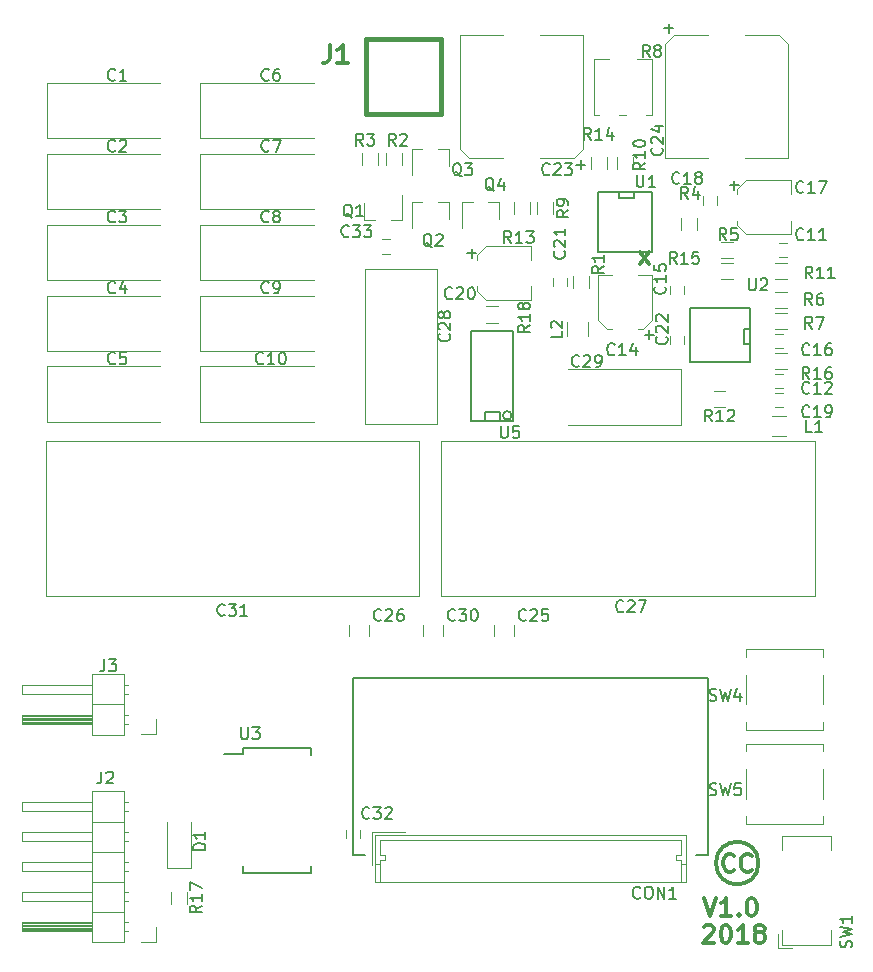
<source format=gbr>
G04 #@! TF.FileFunction,Legend,Top*
%FSLAX46Y46*%
G04 Gerber Fmt 4.6, Leading zero omitted, Abs format (unit mm)*
G04 Created by KiCad (PCBNEW 4.0.7) date 01/28/18 20:20:08*
%MOMM*%
%LPD*%
G01*
G04 APERTURE LIST*
%ADD10C,0.100000*%
%ADD11C,0.300000*%
%ADD12C,0.150000*%
%ADD13C,0.120000*%
%ADD14C,0.381000*%
%ADD15C,0.304800*%
G04 APERTURE END LIST*
D10*
D11*
X194714286Y-127678571D02*
X195214286Y-129178571D01*
X195714286Y-127678571D01*
X197000000Y-129178571D02*
X196142857Y-129178571D01*
X196571429Y-129178571D02*
X196571429Y-127678571D01*
X196428572Y-127892857D01*
X196285714Y-128035714D01*
X196142857Y-128107143D01*
X197642857Y-129035714D02*
X197714285Y-129107143D01*
X197642857Y-129178571D01*
X197571428Y-129107143D01*
X197642857Y-129035714D01*
X197642857Y-129178571D01*
X198642857Y-127678571D02*
X198785714Y-127678571D01*
X198928571Y-127750000D01*
X199000000Y-127821429D01*
X199071429Y-127964286D01*
X199142857Y-128250000D01*
X199142857Y-128607143D01*
X199071429Y-128892857D01*
X199000000Y-129035714D01*
X198928571Y-129107143D01*
X198785714Y-129178571D01*
X198642857Y-129178571D01*
X198500000Y-129107143D01*
X198428571Y-129035714D01*
X198357143Y-128892857D01*
X198285714Y-128607143D01*
X198285714Y-128250000D01*
X198357143Y-127964286D01*
X198428571Y-127821429D01*
X198500000Y-127750000D01*
X198642857Y-127678571D01*
X194678572Y-130071429D02*
X194750001Y-130000000D01*
X194892858Y-129928571D01*
X195250001Y-129928571D01*
X195392858Y-130000000D01*
X195464287Y-130071429D01*
X195535715Y-130214286D01*
X195535715Y-130357143D01*
X195464287Y-130571429D01*
X194607144Y-131428571D01*
X195535715Y-131428571D01*
X196464286Y-129928571D02*
X196607143Y-129928571D01*
X196750000Y-130000000D01*
X196821429Y-130071429D01*
X196892858Y-130214286D01*
X196964286Y-130500000D01*
X196964286Y-130857143D01*
X196892858Y-131142857D01*
X196821429Y-131285714D01*
X196750000Y-131357143D01*
X196607143Y-131428571D01*
X196464286Y-131428571D01*
X196321429Y-131357143D01*
X196250000Y-131285714D01*
X196178572Y-131142857D01*
X196107143Y-130857143D01*
X196107143Y-130500000D01*
X196178572Y-130214286D01*
X196250000Y-130071429D01*
X196321429Y-130000000D01*
X196464286Y-129928571D01*
X198392857Y-131428571D02*
X197535714Y-131428571D01*
X197964286Y-131428571D02*
X197964286Y-129928571D01*
X197821429Y-130142857D01*
X197678571Y-130285714D01*
X197535714Y-130357143D01*
X199250000Y-130571429D02*
X199107142Y-130500000D01*
X199035714Y-130428571D01*
X198964285Y-130285714D01*
X198964285Y-130214286D01*
X199035714Y-130071429D01*
X199107142Y-130000000D01*
X199250000Y-129928571D01*
X199535714Y-129928571D01*
X199678571Y-130000000D01*
X199750000Y-130071429D01*
X199821428Y-130214286D01*
X199821428Y-130285714D01*
X199750000Y-130428571D01*
X199678571Y-130500000D01*
X199535714Y-130571429D01*
X199250000Y-130571429D01*
X199107142Y-130642857D01*
X199035714Y-130714286D01*
X198964285Y-130857143D01*
X198964285Y-131142857D01*
X199035714Y-131285714D01*
X199107142Y-131357143D01*
X199250000Y-131428571D01*
X199535714Y-131428571D01*
X199678571Y-131357143D01*
X199750000Y-131285714D01*
X199821428Y-131142857D01*
X199821428Y-130857143D01*
X199750000Y-130714286D01*
X199678571Y-130642857D01*
X199535714Y-130571429D01*
X189250000Y-74000000D02*
X190000000Y-73000000D01*
X189250000Y-73000000D02*
X190000000Y-74000000D01*
X199302776Y-124697225D02*
G75*
G03X199302776Y-124697225I-1802776J0D01*
G01*
X197214286Y-125285714D02*
X197142857Y-125357143D01*
X196928571Y-125428571D01*
X196785714Y-125428571D01*
X196571429Y-125357143D01*
X196428571Y-125214286D01*
X196357143Y-125071429D01*
X196285714Y-124785714D01*
X196285714Y-124571429D01*
X196357143Y-124285714D01*
X196428571Y-124142857D01*
X196571429Y-124000000D01*
X196785714Y-123928571D01*
X196928571Y-123928571D01*
X197142857Y-124000000D01*
X197214286Y-124071429D01*
X198714286Y-125285714D02*
X198642857Y-125357143D01*
X198428571Y-125428571D01*
X198285714Y-125428571D01*
X198071429Y-125357143D01*
X197928571Y-125214286D01*
X197857143Y-125071429D01*
X197785714Y-124785714D01*
X197785714Y-124571429D01*
X197857143Y-124285714D01*
X197928571Y-124142857D01*
X198071429Y-124000000D01*
X198285714Y-123928571D01*
X198428571Y-123928571D01*
X198642857Y-124000000D01*
X198714286Y-124071429D01*
D12*
X165000000Y-124000000D02*
X166000000Y-124000000D01*
X165000000Y-124000000D02*
X165000000Y-109000000D01*
X165000000Y-109000000D02*
X195000000Y-109000000D01*
X195000000Y-109000000D02*
X195000000Y-124000000D01*
X195000000Y-124000000D02*
X194000000Y-124000000D01*
D13*
X166850000Y-122350000D02*
X166850000Y-126300000D01*
X166850000Y-126300000D02*
X193150000Y-126300000D01*
X193150000Y-126300000D02*
X193150000Y-122350000D01*
X193150000Y-122350000D02*
X166850000Y-122350000D01*
X169350000Y-122100000D02*
X166600000Y-122100000D01*
X166600000Y-122100000D02*
X166600000Y-124850000D01*
X166850000Y-124800000D02*
X167250000Y-124800000D01*
X193150000Y-124800000D02*
X192750000Y-124800000D01*
X180000000Y-122750000D02*
X167250000Y-122750000D01*
X167250000Y-122750000D02*
X167250000Y-124000000D01*
X167250000Y-124000000D02*
X167650000Y-124000000D01*
X167650000Y-124000000D02*
X167650000Y-124400000D01*
X167650000Y-124400000D02*
X167250000Y-124400000D01*
X167250000Y-124400000D02*
X167250000Y-126300000D01*
X180000000Y-122750000D02*
X192750000Y-122750000D01*
X192750000Y-122750000D02*
X192750000Y-124000000D01*
X192750000Y-124000000D02*
X192350000Y-124000000D01*
X192350000Y-124000000D02*
X192350000Y-124400000D01*
X192350000Y-124400000D02*
X192750000Y-124400000D01*
X192750000Y-124400000D02*
X192750000Y-126300000D01*
X172060000Y-74440000D02*
X172060000Y-87560000D01*
X165940000Y-74440000D02*
X165940000Y-87560000D01*
X172060000Y-74440000D02*
X165940000Y-74440000D01*
X172060000Y-87560000D02*
X165940000Y-87560000D01*
X204060000Y-102060000D02*
X172440000Y-102060000D01*
X204060000Y-88940000D02*
X172440000Y-88940000D01*
X204060000Y-102060000D02*
X204060000Y-88940000D01*
X172440000Y-102060000D02*
X172440000Y-88940000D01*
D12*
X174972000Y-79690000D02*
X174972000Y-87310000D01*
X178528000Y-87310000D02*
X178528000Y-79690000D01*
X174972000Y-79690000D02*
X178528000Y-79690000D01*
X178528000Y-87310000D02*
X174972000Y-87310000D01*
X178379210Y-86802000D02*
G75*
G03X178379210Y-86802000I-359210J0D01*
G01*
X176115000Y-87310000D02*
X176115000Y-86548000D01*
X176115000Y-86548000D02*
X177385000Y-86548000D01*
X177385000Y-86548000D02*
X177385000Y-87310000D01*
D13*
X152050000Y-58650000D02*
X161650000Y-58650000D01*
X152050000Y-63350000D02*
X161650000Y-63350000D01*
X152050000Y-58650000D02*
X152050000Y-63350000D01*
X202090000Y-66900000D02*
X202090000Y-68070000D01*
X202090000Y-71470000D02*
X202090000Y-70300000D01*
X197510000Y-70710000D02*
X197510000Y-70300000D01*
X197510000Y-67660000D02*
X197510000Y-68070000D01*
X198280000Y-66900000D02*
X202090000Y-66900000D01*
X198280000Y-66900000D02*
X197510000Y-67660000D01*
X198280000Y-71470000D02*
X202090000Y-71470000D01*
X198280000Y-71470000D02*
X197510000Y-70710000D01*
X201700000Y-79480000D02*
X200700000Y-79480000D01*
X200700000Y-78120000D02*
X201700000Y-78120000D01*
X195800000Y-68250000D02*
X195800000Y-68950000D01*
X194600000Y-68950000D02*
X194600000Y-68250000D01*
X181900000Y-75850000D02*
X181900000Y-75150000D01*
X183100000Y-75150000D02*
X183100000Y-75850000D01*
X200700000Y-84900000D02*
X201400000Y-84900000D01*
X201400000Y-86100000D02*
X200700000Y-86100000D01*
X191800000Y-80750000D02*
X191800000Y-80050000D01*
X193000000Y-80050000D02*
X193000000Y-80750000D01*
X174750000Y-65010000D02*
X177640000Y-65010000D01*
X183650000Y-65010000D02*
X180760000Y-65010000D01*
X184410000Y-54590000D02*
X180760000Y-54590000D01*
X173990000Y-54590000D02*
X177640000Y-54590000D01*
X184410000Y-54590000D02*
X184410000Y-64250000D01*
X184410000Y-64250000D02*
X183650000Y-65010000D01*
X174750000Y-65010000D02*
X173990000Y-64250000D01*
X173990000Y-64250000D02*
X173990000Y-54590000D01*
X193000000Y-75850000D02*
X193000000Y-76550000D01*
X191800000Y-76550000D02*
X191800000Y-75850000D01*
X201750000Y-73400000D02*
X201050000Y-73400000D01*
X201050000Y-72200000D02*
X201750000Y-72200000D01*
X200700000Y-79900000D02*
X201400000Y-79900000D01*
X201400000Y-81100000D02*
X200700000Y-81100000D01*
X200700000Y-83250000D02*
X201400000Y-83250000D01*
X201400000Y-84450000D02*
X200700000Y-84450000D01*
X165600000Y-121900000D02*
X165600000Y-122600000D01*
X164400000Y-122600000D02*
X164400000Y-121900000D01*
X165920000Y-70260000D02*
X166850000Y-70260000D01*
X169080000Y-70260000D02*
X168150000Y-70260000D01*
X169080000Y-70260000D02*
X169080000Y-68100000D01*
X165920000Y-70260000D02*
X165920000Y-68800000D01*
X173080000Y-68740000D02*
X172150000Y-68740000D01*
X169920000Y-68740000D02*
X170850000Y-68740000D01*
X169920000Y-68740000D02*
X169920000Y-70900000D01*
X173080000Y-68740000D02*
X173080000Y-70200000D01*
X173080000Y-64240000D02*
X172150000Y-64240000D01*
X169920000Y-64240000D02*
X170850000Y-64240000D01*
X169920000Y-64240000D02*
X169920000Y-66400000D01*
X173080000Y-64240000D02*
X173080000Y-65700000D01*
X177330000Y-68740000D02*
X176400000Y-68740000D01*
X174170000Y-68740000D02*
X175100000Y-68740000D01*
X174170000Y-68740000D02*
X174170000Y-70900000D01*
X177330000Y-68740000D02*
X177330000Y-70200000D01*
X165720000Y-65600000D02*
X165720000Y-64600000D01*
X167080000Y-64600000D02*
X167080000Y-65600000D01*
X178570000Y-69750000D02*
X178570000Y-68750000D01*
X179930000Y-68750000D02*
X179930000Y-69750000D01*
X180570000Y-69750000D02*
X180570000Y-68750000D01*
X181930000Y-68750000D02*
X181930000Y-69750000D01*
X185120000Y-65900000D02*
X185120000Y-64900000D01*
X186480000Y-64900000D02*
X186480000Y-65900000D01*
X187320000Y-65900000D02*
X187320000Y-64900000D01*
X188680000Y-64900000D02*
X188680000Y-65900000D01*
X194080000Y-70100000D02*
X194080000Y-71100000D01*
X192720000Y-71100000D02*
X192720000Y-70100000D01*
X197100000Y-73480000D02*
X196100000Y-73480000D01*
X196100000Y-72120000D02*
X197100000Y-72120000D01*
X196100000Y-73920000D02*
X197100000Y-73920000D01*
X197100000Y-75280000D02*
X196100000Y-75280000D01*
X200700000Y-73920000D02*
X201700000Y-73920000D01*
X201700000Y-75280000D02*
X200700000Y-75280000D01*
X200700000Y-76320000D02*
X201700000Y-76320000D01*
X201700000Y-77680000D02*
X200700000Y-77680000D01*
X201700000Y-82830000D02*
X200700000Y-82830000D01*
X200700000Y-81470000D02*
X201700000Y-81470000D01*
X195500000Y-84720000D02*
X196500000Y-84720000D01*
X196500000Y-86080000D02*
X195500000Y-86080000D01*
X176250000Y-77570000D02*
X177250000Y-77570000D01*
X177250000Y-78930000D02*
X176250000Y-78930000D01*
D12*
X155625000Y-114925000D02*
X155625000Y-115500000D01*
X161375000Y-114925000D02*
X161375000Y-115575000D01*
X161375000Y-125575000D02*
X161375000Y-124925000D01*
X155625000Y-125575000D02*
X155625000Y-124925000D01*
X155625000Y-114925000D02*
X161375000Y-114925000D01*
X155625000Y-125575000D02*
X161375000Y-125575000D01*
X155625000Y-115500000D02*
X154025000Y-115500000D01*
D13*
X149250000Y-125100000D02*
X151250000Y-125100000D01*
X151250000Y-125100000D02*
X151250000Y-121200000D01*
X149250000Y-125100000D02*
X149250000Y-121200000D01*
X145560000Y-131410000D02*
X145560000Y-118590000D01*
X145560000Y-118590000D02*
X142900000Y-118590000D01*
X142900000Y-118590000D02*
X142900000Y-131410000D01*
X142900000Y-131410000D02*
X145560000Y-131410000D01*
X142900000Y-130460000D02*
X136900000Y-130460000D01*
X136900000Y-130460000D02*
X136900000Y-129700000D01*
X136900000Y-129700000D02*
X142900000Y-129700000D01*
X142900000Y-130400000D02*
X136900000Y-130400000D01*
X142900000Y-130280000D02*
X136900000Y-130280000D01*
X142900000Y-130160000D02*
X136900000Y-130160000D01*
X142900000Y-130040000D02*
X136900000Y-130040000D01*
X142900000Y-129920000D02*
X136900000Y-129920000D01*
X142900000Y-129800000D02*
X136900000Y-129800000D01*
X145890000Y-130460000D02*
X145560000Y-130460000D01*
X145890000Y-129700000D02*
X145560000Y-129700000D01*
X145560000Y-128810000D02*
X142900000Y-128810000D01*
X142900000Y-127920000D02*
X136900000Y-127920000D01*
X136900000Y-127920000D02*
X136900000Y-127160000D01*
X136900000Y-127160000D02*
X142900000Y-127160000D01*
X145957071Y-127920000D02*
X145560000Y-127920000D01*
X145957071Y-127160000D02*
X145560000Y-127160000D01*
X145560000Y-126270000D02*
X142900000Y-126270000D01*
X142900000Y-125380000D02*
X136900000Y-125380000D01*
X136900000Y-125380000D02*
X136900000Y-124620000D01*
X136900000Y-124620000D02*
X142900000Y-124620000D01*
X145957071Y-125380000D02*
X145560000Y-125380000D01*
X145957071Y-124620000D02*
X145560000Y-124620000D01*
X145560000Y-123730000D02*
X142900000Y-123730000D01*
X142900000Y-122840000D02*
X136900000Y-122840000D01*
X136900000Y-122840000D02*
X136900000Y-122080000D01*
X136900000Y-122080000D02*
X142900000Y-122080000D01*
X145957071Y-122840000D02*
X145560000Y-122840000D01*
X145957071Y-122080000D02*
X145560000Y-122080000D01*
X145560000Y-121190000D02*
X142900000Y-121190000D01*
X142900000Y-120300000D02*
X136900000Y-120300000D01*
X136900000Y-120300000D02*
X136900000Y-119540000D01*
X136900000Y-119540000D02*
X142900000Y-119540000D01*
X145957071Y-120300000D02*
X145560000Y-120300000D01*
X145957071Y-119540000D02*
X145560000Y-119540000D01*
X148270000Y-130080000D02*
X148270000Y-131350000D01*
X148270000Y-131350000D02*
X147000000Y-131350000D01*
X149570000Y-128150000D02*
X149570000Y-127150000D01*
X150930000Y-127150000D02*
X150930000Y-128150000D01*
X201050000Y-54590000D02*
X198160000Y-54590000D01*
X192150000Y-54590000D02*
X195040000Y-54590000D01*
X191390000Y-65010000D02*
X195040000Y-65010000D01*
X201810000Y-65010000D02*
X198160000Y-65010000D01*
X191390000Y-65010000D02*
X191390000Y-55350000D01*
X191390000Y-55350000D02*
X192150000Y-54590000D01*
X201050000Y-54590000D02*
X201810000Y-55350000D01*
X201810000Y-55350000D02*
X201810000Y-65010000D01*
X180040000Y-72450000D02*
X180040000Y-73620000D01*
X180040000Y-77020000D02*
X180040000Y-75850000D01*
X175460000Y-76260000D02*
X175460000Y-75850000D01*
X175460000Y-73210000D02*
X175460000Y-73620000D01*
X176230000Y-72450000D02*
X180040000Y-72450000D01*
X176230000Y-72450000D02*
X175460000Y-73210000D01*
X176230000Y-77020000D02*
X180040000Y-77020000D01*
X176230000Y-77020000D02*
X175460000Y-76260000D01*
X190260000Y-56640000D02*
X190260000Y-61360000D01*
X185340000Y-56640000D02*
X185340000Y-61360000D01*
X190260000Y-56640000D02*
X188980000Y-56640000D01*
X186620000Y-56640000D02*
X185340000Y-56640000D01*
X190260000Y-61360000D02*
X189780000Y-61360000D01*
X188120000Y-61360000D02*
X187480000Y-61360000D01*
X185820000Y-61360000D02*
X185340000Y-61360000D01*
X189880000Y-56640000D02*
X189880000Y-56640000D01*
X189880000Y-56640000D02*
X188980000Y-56640000D01*
X189880000Y-56640000D02*
X188980000Y-56640000D01*
X178600000Y-105500000D02*
X178600000Y-104500000D01*
X176900000Y-104500000D02*
X176900000Y-105500000D01*
X166350000Y-105500000D02*
X166350000Y-104500000D01*
X164650000Y-104500000D02*
X164650000Y-105500000D01*
X170900000Y-104500000D02*
X170900000Y-105500000D01*
X172600000Y-105500000D02*
X172600000Y-104500000D01*
X139050000Y-58650000D02*
X148650000Y-58650000D01*
X139050000Y-63350000D02*
X148650000Y-63350000D01*
X139050000Y-58650000D02*
X139050000Y-63350000D01*
X139050000Y-64650000D02*
X148650000Y-64650000D01*
X139050000Y-69350000D02*
X148650000Y-69350000D01*
X139050000Y-64650000D02*
X139050000Y-69350000D01*
X139050000Y-70650000D02*
X148650000Y-70650000D01*
X139050000Y-75350000D02*
X148650000Y-75350000D01*
X139050000Y-70650000D02*
X139050000Y-75350000D01*
X139050000Y-76650000D02*
X148650000Y-76650000D01*
X139050000Y-81350000D02*
X148650000Y-81350000D01*
X139050000Y-76650000D02*
X139050000Y-81350000D01*
X139050000Y-82650000D02*
X148650000Y-82650000D01*
X139050000Y-87350000D02*
X148650000Y-87350000D01*
X139050000Y-82650000D02*
X139050000Y-87350000D01*
X152050000Y-64650000D02*
X161650000Y-64650000D01*
X152050000Y-69350000D02*
X161650000Y-69350000D01*
X152050000Y-64650000D02*
X152050000Y-69350000D01*
X152050000Y-70650000D02*
X161650000Y-70650000D01*
X152050000Y-75350000D02*
X161650000Y-75350000D01*
X152050000Y-70650000D02*
X152050000Y-75350000D01*
X152050000Y-76650000D02*
X161650000Y-76650000D01*
X152050000Y-81350000D02*
X161650000Y-81350000D01*
X152050000Y-76650000D02*
X152050000Y-81350000D01*
X152050000Y-82650000D02*
X161650000Y-82650000D01*
X152050000Y-87350000D02*
X161650000Y-87350000D01*
X152050000Y-82650000D02*
X152050000Y-87350000D01*
X192750000Y-87600000D02*
X183150000Y-87600000D01*
X192750000Y-82900000D02*
X183150000Y-82900000D01*
X192750000Y-87600000D02*
X192750000Y-82900000D01*
X169130000Y-64600000D02*
X169130000Y-65600000D01*
X167770000Y-65600000D02*
X167770000Y-64600000D01*
X185700000Y-74910000D02*
X186870000Y-74910000D01*
X190270000Y-74910000D02*
X189100000Y-74910000D01*
X189510000Y-79490000D02*
X189100000Y-79490000D01*
X186460000Y-79490000D02*
X186870000Y-79490000D01*
X185700000Y-78720000D02*
X185700000Y-74910000D01*
X185700000Y-78720000D02*
X186460000Y-79490000D01*
X190270000Y-78720000D02*
X190270000Y-74910000D01*
X190270000Y-78720000D02*
X189510000Y-79490000D01*
X170560000Y-102060000D02*
X138940000Y-102060000D01*
X170560000Y-88940000D02*
X138940000Y-88940000D01*
X170560000Y-102060000D02*
X170560000Y-88940000D01*
X138940000Y-102060000D02*
X138940000Y-88940000D01*
X184930000Y-75000000D02*
X184930000Y-76000000D01*
X183570000Y-76000000D02*
X183570000Y-75000000D01*
X200450000Y-86820000D02*
X201650000Y-86820000D01*
X201650000Y-88580000D02*
X200450000Y-88580000D01*
X183120000Y-80100000D02*
X183120000Y-78900000D01*
X184880000Y-78900000D02*
X184880000Y-80100000D01*
D12*
X190286000Y-67860000D02*
X190286000Y-72940000D01*
X190286000Y-72940000D02*
X185714000Y-72940000D01*
X185714000Y-72940000D02*
X185714000Y-67860000D01*
X185714000Y-67860000D02*
X190286000Y-67860000D01*
X188762000Y-67860000D02*
X188762000Y-68368000D01*
X188762000Y-68368000D02*
X187492000Y-68368000D01*
X187492000Y-68368000D02*
X187492000Y-67860000D01*
X198540000Y-82286000D02*
X193460000Y-82286000D01*
X193460000Y-82286000D02*
X193460000Y-77714000D01*
X193460000Y-77714000D02*
X198540000Y-77714000D01*
X198540000Y-77714000D02*
X198540000Y-82286000D01*
X198540000Y-80762000D02*
X198032000Y-80762000D01*
X198032000Y-80762000D02*
X198032000Y-79492000D01*
X198032000Y-79492000D02*
X198540000Y-79492000D01*
D13*
X200950000Y-131900000D02*
X202150000Y-131900000D01*
X200950000Y-130700000D02*
X200950000Y-131900000D01*
X205450000Y-122400000D02*
X205450000Y-123600000D01*
X201250000Y-122400000D02*
X205450000Y-122400000D01*
X201250000Y-123600000D02*
X201250000Y-122400000D01*
X205450000Y-131600000D02*
X205450000Y-130400000D01*
X201250000Y-131600000D02*
X205450000Y-131600000D01*
X201250000Y-130400000D02*
X201250000Y-131600000D01*
X168100000Y-73100000D02*
X167400000Y-73100000D01*
X167400000Y-71900000D02*
X168100000Y-71900000D01*
X198250000Y-107250000D02*
X198250000Y-106600000D01*
X198250000Y-106600000D02*
X204750000Y-106600000D01*
X204750000Y-106600000D02*
X204750000Y-107250000D01*
X198250000Y-112750000D02*
X198250000Y-113400000D01*
X198250000Y-113400000D02*
X204750000Y-113400000D01*
X204750000Y-113400000D02*
X204750000Y-112750000D01*
X198250000Y-111250000D02*
X198250000Y-108750000D01*
X204750000Y-111250000D02*
X204750000Y-108750000D01*
X198250000Y-115250000D02*
X198250000Y-114600000D01*
X198250000Y-114600000D02*
X204750000Y-114600000D01*
X204750000Y-114600000D02*
X204750000Y-115250000D01*
X198250000Y-120750000D02*
X198250000Y-121400000D01*
X198250000Y-121400000D02*
X204750000Y-121400000D01*
X204750000Y-121400000D02*
X204750000Y-120750000D01*
X198250000Y-119250000D02*
X198250000Y-116750000D01*
X204750000Y-119250000D02*
X204750000Y-116750000D01*
X145560000Y-113870000D02*
X145560000Y-108670000D01*
X145560000Y-108670000D02*
X142900000Y-108670000D01*
X142900000Y-108670000D02*
X142900000Y-113870000D01*
X142900000Y-113870000D02*
X145560000Y-113870000D01*
X142900000Y-112920000D02*
X136900000Y-112920000D01*
X136900000Y-112920000D02*
X136900000Y-112160000D01*
X136900000Y-112160000D02*
X142900000Y-112160000D01*
X142900000Y-112860000D02*
X136900000Y-112860000D01*
X142900000Y-112740000D02*
X136900000Y-112740000D01*
X142900000Y-112620000D02*
X136900000Y-112620000D01*
X142900000Y-112500000D02*
X136900000Y-112500000D01*
X142900000Y-112380000D02*
X136900000Y-112380000D01*
X142900000Y-112260000D02*
X136900000Y-112260000D01*
X145890000Y-112920000D02*
X145560000Y-112920000D01*
X145890000Y-112160000D02*
X145560000Y-112160000D01*
X145560000Y-111270000D02*
X142900000Y-111270000D01*
X142900000Y-110380000D02*
X136900000Y-110380000D01*
X136900000Y-110380000D02*
X136900000Y-109620000D01*
X136900000Y-109620000D02*
X142900000Y-109620000D01*
X145957071Y-110380000D02*
X145560000Y-110380000D01*
X145957071Y-109620000D02*
X145560000Y-109620000D01*
X148270000Y-112540000D02*
X148270000Y-113810000D01*
X148270000Y-113810000D02*
X147000000Y-113810000D01*
D14*
X166100400Y-54960400D02*
X172399600Y-54960400D01*
X172399600Y-54960400D02*
X172399600Y-61259600D01*
X172399600Y-61259600D02*
X166100400Y-61259600D01*
X166100400Y-61259600D02*
X166100400Y-54960400D01*
D12*
X189285715Y-127607143D02*
X189238096Y-127654762D01*
X189095239Y-127702381D01*
X189000001Y-127702381D01*
X188857143Y-127654762D01*
X188761905Y-127559524D01*
X188714286Y-127464286D01*
X188666667Y-127273810D01*
X188666667Y-127130952D01*
X188714286Y-126940476D01*
X188761905Y-126845238D01*
X188857143Y-126750000D01*
X189000001Y-126702381D01*
X189095239Y-126702381D01*
X189238096Y-126750000D01*
X189285715Y-126797619D01*
X189904762Y-126702381D02*
X190095239Y-126702381D01*
X190190477Y-126750000D01*
X190285715Y-126845238D01*
X190333334Y-127035714D01*
X190333334Y-127369048D01*
X190285715Y-127559524D01*
X190190477Y-127654762D01*
X190095239Y-127702381D01*
X189904762Y-127702381D01*
X189809524Y-127654762D01*
X189714286Y-127559524D01*
X189666667Y-127369048D01*
X189666667Y-127035714D01*
X189714286Y-126845238D01*
X189809524Y-126750000D01*
X189904762Y-126702381D01*
X190761905Y-127702381D02*
X190761905Y-126702381D01*
X191333334Y-127702381D01*
X191333334Y-126702381D01*
X192333334Y-127702381D02*
X191761905Y-127702381D01*
X192047619Y-127702381D02*
X192047619Y-126702381D01*
X191952381Y-126845238D01*
X191857143Y-126940476D01*
X191761905Y-126988095D01*
X173107143Y-79892857D02*
X173154762Y-79940476D01*
X173202381Y-80083333D01*
X173202381Y-80178571D01*
X173154762Y-80321429D01*
X173059524Y-80416667D01*
X172964286Y-80464286D01*
X172773810Y-80511905D01*
X172630952Y-80511905D01*
X172440476Y-80464286D01*
X172345238Y-80416667D01*
X172250000Y-80321429D01*
X172202381Y-80178571D01*
X172202381Y-80083333D01*
X172250000Y-79940476D01*
X172297619Y-79892857D01*
X172297619Y-79511905D02*
X172250000Y-79464286D01*
X172202381Y-79369048D01*
X172202381Y-79130952D01*
X172250000Y-79035714D01*
X172297619Y-78988095D01*
X172392857Y-78940476D01*
X172488095Y-78940476D01*
X172630952Y-78988095D01*
X173202381Y-79559524D01*
X173202381Y-78940476D01*
X172630952Y-78369048D02*
X172583333Y-78464286D01*
X172535714Y-78511905D01*
X172440476Y-78559524D01*
X172392857Y-78559524D01*
X172297619Y-78511905D01*
X172250000Y-78464286D01*
X172202381Y-78369048D01*
X172202381Y-78178571D01*
X172250000Y-78083333D01*
X172297619Y-78035714D01*
X172392857Y-77988095D01*
X172440476Y-77988095D01*
X172535714Y-78035714D01*
X172583333Y-78083333D01*
X172630952Y-78178571D01*
X172630952Y-78369048D01*
X172678571Y-78464286D01*
X172726190Y-78511905D01*
X172821429Y-78559524D01*
X173011905Y-78559524D01*
X173107143Y-78511905D01*
X173154762Y-78464286D01*
X173202381Y-78369048D01*
X173202381Y-78178571D01*
X173154762Y-78083333D01*
X173107143Y-78035714D01*
X173011905Y-77988095D01*
X172821429Y-77988095D01*
X172726190Y-78035714D01*
X172678571Y-78083333D01*
X172630952Y-78178571D01*
X187857143Y-103357143D02*
X187809524Y-103404762D01*
X187666667Y-103452381D01*
X187571429Y-103452381D01*
X187428571Y-103404762D01*
X187333333Y-103309524D01*
X187285714Y-103214286D01*
X187238095Y-103023810D01*
X187238095Y-102880952D01*
X187285714Y-102690476D01*
X187333333Y-102595238D01*
X187428571Y-102500000D01*
X187571429Y-102452381D01*
X187666667Y-102452381D01*
X187809524Y-102500000D01*
X187857143Y-102547619D01*
X188238095Y-102547619D02*
X188285714Y-102500000D01*
X188380952Y-102452381D01*
X188619048Y-102452381D01*
X188714286Y-102500000D01*
X188761905Y-102547619D01*
X188809524Y-102642857D01*
X188809524Y-102738095D01*
X188761905Y-102880952D01*
X188190476Y-103452381D01*
X188809524Y-103452381D01*
X189142857Y-102452381D02*
X189809524Y-102452381D01*
X189380952Y-103452381D01*
X177488095Y-87702381D02*
X177488095Y-88511905D01*
X177535714Y-88607143D01*
X177583333Y-88654762D01*
X177678571Y-88702381D01*
X177869048Y-88702381D01*
X177964286Y-88654762D01*
X178011905Y-88607143D01*
X178059524Y-88511905D01*
X178059524Y-87702381D01*
X179011905Y-87702381D02*
X178535714Y-87702381D01*
X178488095Y-88178571D01*
X178535714Y-88130952D01*
X178630952Y-88083333D01*
X178869048Y-88083333D01*
X178964286Y-88130952D01*
X179011905Y-88178571D01*
X179059524Y-88273810D01*
X179059524Y-88511905D01*
X179011905Y-88607143D01*
X178964286Y-88654762D01*
X178869048Y-88702381D01*
X178630952Y-88702381D01*
X178535714Y-88654762D01*
X178488095Y-88607143D01*
X157833334Y-58357143D02*
X157785715Y-58404762D01*
X157642858Y-58452381D01*
X157547620Y-58452381D01*
X157404762Y-58404762D01*
X157309524Y-58309524D01*
X157261905Y-58214286D01*
X157214286Y-58023810D01*
X157214286Y-57880952D01*
X157261905Y-57690476D01*
X157309524Y-57595238D01*
X157404762Y-57500000D01*
X157547620Y-57452381D01*
X157642858Y-57452381D01*
X157785715Y-57500000D01*
X157833334Y-57547619D01*
X158690477Y-57452381D02*
X158500000Y-57452381D01*
X158404762Y-57500000D01*
X158357143Y-57547619D01*
X158261905Y-57690476D01*
X158214286Y-57880952D01*
X158214286Y-58261905D01*
X158261905Y-58357143D01*
X158309524Y-58404762D01*
X158404762Y-58452381D01*
X158595239Y-58452381D01*
X158690477Y-58404762D01*
X158738096Y-58357143D01*
X158785715Y-58261905D01*
X158785715Y-58023810D01*
X158738096Y-57928571D01*
X158690477Y-57880952D01*
X158595239Y-57833333D01*
X158404762Y-57833333D01*
X158309524Y-57880952D01*
X158261905Y-57928571D01*
X158214286Y-58023810D01*
X203107143Y-67857143D02*
X203059524Y-67904762D01*
X202916667Y-67952381D01*
X202821429Y-67952381D01*
X202678571Y-67904762D01*
X202583333Y-67809524D01*
X202535714Y-67714286D01*
X202488095Y-67523810D01*
X202488095Y-67380952D01*
X202535714Y-67190476D01*
X202583333Y-67095238D01*
X202678571Y-67000000D01*
X202821429Y-66952381D01*
X202916667Y-66952381D01*
X203059524Y-67000000D01*
X203107143Y-67047619D01*
X204059524Y-67952381D02*
X203488095Y-67952381D01*
X203773809Y-67952381D02*
X203773809Y-66952381D01*
X203678571Y-67095238D01*
X203583333Y-67190476D01*
X203488095Y-67238095D01*
X204392857Y-66952381D02*
X205059524Y-66952381D01*
X204630952Y-67952381D01*
X196869048Y-67321429D02*
X197630953Y-67321429D01*
X197250001Y-67702381D02*
X197250001Y-66940476D01*
X203833334Y-79452381D02*
X203500000Y-78976190D01*
X203261905Y-79452381D02*
X203261905Y-78452381D01*
X203642858Y-78452381D01*
X203738096Y-78500000D01*
X203785715Y-78547619D01*
X203833334Y-78642857D01*
X203833334Y-78785714D01*
X203785715Y-78880952D01*
X203738096Y-78928571D01*
X203642858Y-78976190D01*
X203261905Y-78976190D01*
X204166667Y-78452381D02*
X204833334Y-78452381D01*
X204404762Y-79452381D01*
X192607143Y-67107143D02*
X192559524Y-67154762D01*
X192416667Y-67202381D01*
X192321429Y-67202381D01*
X192178571Y-67154762D01*
X192083333Y-67059524D01*
X192035714Y-66964286D01*
X191988095Y-66773810D01*
X191988095Y-66630952D01*
X192035714Y-66440476D01*
X192083333Y-66345238D01*
X192178571Y-66250000D01*
X192321429Y-66202381D01*
X192416667Y-66202381D01*
X192559524Y-66250000D01*
X192607143Y-66297619D01*
X193559524Y-67202381D02*
X192988095Y-67202381D01*
X193273809Y-67202381D02*
X193273809Y-66202381D01*
X193178571Y-66345238D01*
X193083333Y-66440476D01*
X192988095Y-66488095D01*
X194130952Y-66630952D02*
X194035714Y-66583333D01*
X193988095Y-66535714D01*
X193940476Y-66440476D01*
X193940476Y-66392857D01*
X193988095Y-66297619D01*
X194035714Y-66250000D01*
X194130952Y-66202381D01*
X194321429Y-66202381D01*
X194416667Y-66250000D01*
X194464286Y-66297619D01*
X194511905Y-66392857D01*
X194511905Y-66440476D01*
X194464286Y-66535714D01*
X194416667Y-66583333D01*
X194321429Y-66630952D01*
X194130952Y-66630952D01*
X194035714Y-66678571D01*
X193988095Y-66726190D01*
X193940476Y-66821429D01*
X193940476Y-67011905D01*
X193988095Y-67107143D01*
X194035714Y-67154762D01*
X194130952Y-67202381D01*
X194321429Y-67202381D01*
X194416667Y-67154762D01*
X194464286Y-67107143D01*
X194511905Y-67011905D01*
X194511905Y-66821429D01*
X194464286Y-66726190D01*
X194416667Y-66678571D01*
X194321429Y-66630952D01*
X182857143Y-72892857D02*
X182904762Y-72940476D01*
X182952381Y-73083333D01*
X182952381Y-73178571D01*
X182904762Y-73321429D01*
X182809524Y-73416667D01*
X182714286Y-73464286D01*
X182523810Y-73511905D01*
X182380952Y-73511905D01*
X182190476Y-73464286D01*
X182095238Y-73416667D01*
X182000000Y-73321429D01*
X181952381Y-73178571D01*
X181952381Y-73083333D01*
X182000000Y-72940476D01*
X182047619Y-72892857D01*
X182047619Y-72511905D02*
X182000000Y-72464286D01*
X181952381Y-72369048D01*
X181952381Y-72130952D01*
X182000000Y-72035714D01*
X182047619Y-71988095D01*
X182142857Y-71940476D01*
X182238095Y-71940476D01*
X182380952Y-71988095D01*
X182952381Y-72559524D01*
X182952381Y-71940476D01*
X182952381Y-70988095D02*
X182952381Y-71559524D01*
X182952381Y-71273810D02*
X181952381Y-71273810D01*
X182095238Y-71369048D01*
X182190476Y-71464286D01*
X182238095Y-71559524D01*
X203607143Y-86857143D02*
X203559524Y-86904762D01*
X203416667Y-86952381D01*
X203321429Y-86952381D01*
X203178571Y-86904762D01*
X203083333Y-86809524D01*
X203035714Y-86714286D01*
X202988095Y-86523810D01*
X202988095Y-86380952D01*
X203035714Y-86190476D01*
X203083333Y-86095238D01*
X203178571Y-86000000D01*
X203321429Y-85952381D01*
X203416667Y-85952381D01*
X203559524Y-86000000D01*
X203607143Y-86047619D01*
X204559524Y-86952381D02*
X203988095Y-86952381D01*
X204273809Y-86952381D02*
X204273809Y-85952381D01*
X204178571Y-86095238D01*
X204083333Y-86190476D01*
X203988095Y-86238095D01*
X205035714Y-86952381D02*
X205226190Y-86952381D01*
X205321429Y-86904762D01*
X205369048Y-86857143D01*
X205464286Y-86714286D01*
X205511905Y-86523810D01*
X205511905Y-86142857D01*
X205464286Y-86047619D01*
X205416667Y-86000000D01*
X205321429Y-85952381D01*
X205130952Y-85952381D01*
X205035714Y-86000000D01*
X204988095Y-86047619D01*
X204940476Y-86142857D01*
X204940476Y-86380952D01*
X204988095Y-86476190D01*
X205035714Y-86523810D01*
X205130952Y-86571429D01*
X205321429Y-86571429D01*
X205416667Y-86523810D01*
X205464286Y-86476190D01*
X205511905Y-86380952D01*
X191507143Y-80142857D02*
X191554762Y-80190476D01*
X191602381Y-80333333D01*
X191602381Y-80428571D01*
X191554762Y-80571429D01*
X191459524Y-80666667D01*
X191364286Y-80714286D01*
X191173810Y-80761905D01*
X191030952Y-80761905D01*
X190840476Y-80714286D01*
X190745238Y-80666667D01*
X190650000Y-80571429D01*
X190602381Y-80428571D01*
X190602381Y-80333333D01*
X190650000Y-80190476D01*
X190697619Y-80142857D01*
X190697619Y-79761905D02*
X190650000Y-79714286D01*
X190602381Y-79619048D01*
X190602381Y-79380952D01*
X190650000Y-79285714D01*
X190697619Y-79238095D01*
X190792857Y-79190476D01*
X190888095Y-79190476D01*
X191030952Y-79238095D01*
X191602381Y-79809524D01*
X191602381Y-79190476D01*
X190697619Y-78809524D02*
X190650000Y-78761905D01*
X190602381Y-78666667D01*
X190602381Y-78428571D01*
X190650000Y-78333333D01*
X190697619Y-78285714D01*
X190792857Y-78238095D01*
X190888095Y-78238095D01*
X191030952Y-78285714D01*
X191602381Y-78857143D01*
X191602381Y-78238095D01*
X181607143Y-66357143D02*
X181559524Y-66404762D01*
X181416667Y-66452381D01*
X181321429Y-66452381D01*
X181178571Y-66404762D01*
X181083333Y-66309524D01*
X181035714Y-66214286D01*
X180988095Y-66023810D01*
X180988095Y-65880952D01*
X181035714Y-65690476D01*
X181083333Y-65595238D01*
X181178571Y-65500000D01*
X181321429Y-65452381D01*
X181416667Y-65452381D01*
X181559524Y-65500000D01*
X181607143Y-65547619D01*
X181988095Y-65547619D02*
X182035714Y-65500000D01*
X182130952Y-65452381D01*
X182369048Y-65452381D01*
X182464286Y-65500000D01*
X182511905Y-65547619D01*
X182559524Y-65642857D01*
X182559524Y-65738095D01*
X182511905Y-65880952D01*
X181940476Y-66452381D01*
X182559524Y-66452381D01*
X182892857Y-65452381D02*
X183511905Y-65452381D01*
X183178571Y-65833333D01*
X183321429Y-65833333D01*
X183416667Y-65880952D01*
X183464286Y-65928571D01*
X183511905Y-66023810D01*
X183511905Y-66261905D01*
X183464286Y-66357143D01*
X183416667Y-66404762D01*
X183321429Y-66452381D01*
X183035714Y-66452381D01*
X182940476Y-66404762D01*
X182892857Y-66357143D01*
X184241429Y-65960952D02*
X184241429Y-65199047D01*
X184622381Y-65579999D02*
X183860476Y-65579999D01*
X191357143Y-75892857D02*
X191404762Y-75940476D01*
X191452381Y-76083333D01*
X191452381Y-76178571D01*
X191404762Y-76321429D01*
X191309524Y-76416667D01*
X191214286Y-76464286D01*
X191023810Y-76511905D01*
X190880952Y-76511905D01*
X190690476Y-76464286D01*
X190595238Y-76416667D01*
X190500000Y-76321429D01*
X190452381Y-76178571D01*
X190452381Y-76083333D01*
X190500000Y-75940476D01*
X190547619Y-75892857D01*
X191452381Y-74940476D02*
X191452381Y-75511905D01*
X191452381Y-75226191D02*
X190452381Y-75226191D01*
X190595238Y-75321429D01*
X190690476Y-75416667D01*
X190738095Y-75511905D01*
X190452381Y-74035714D02*
X190452381Y-74511905D01*
X190928571Y-74559524D01*
X190880952Y-74511905D01*
X190833333Y-74416667D01*
X190833333Y-74178571D01*
X190880952Y-74083333D01*
X190928571Y-74035714D01*
X191023810Y-73988095D01*
X191261905Y-73988095D01*
X191357143Y-74035714D01*
X191404762Y-74083333D01*
X191452381Y-74178571D01*
X191452381Y-74416667D01*
X191404762Y-74511905D01*
X191357143Y-74559524D01*
X203107143Y-71857143D02*
X203059524Y-71904762D01*
X202916667Y-71952381D01*
X202821429Y-71952381D01*
X202678571Y-71904762D01*
X202583333Y-71809524D01*
X202535714Y-71714286D01*
X202488095Y-71523810D01*
X202488095Y-71380952D01*
X202535714Y-71190476D01*
X202583333Y-71095238D01*
X202678571Y-71000000D01*
X202821429Y-70952381D01*
X202916667Y-70952381D01*
X203059524Y-71000000D01*
X203107143Y-71047619D01*
X204059524Y-71952381D02*
X203488095Y-71952381D01*
X203773809Y-71952381D02*
X203773809Y-70952381D01*
X203678571Y-71095238D01*
X203583333Y-71190476D01*
X203488095Y-71238095D01*
X205011905Y-71952381D02*
X204440476Y-71952381D01*
X204726190Y-71952381D02*
X204726190Y-70952381D01*
X204630952Y-71095238D01*
X204535714Y-71190476D01*
X204440476Y-71238095D01*
X203607143Y-81607143D02*
X203559524Y-81654762D01*
X203416667Y-81702381D01*
X203321429Y-81702381D01*
X203178571Y-81654762D01*
X203083333Y-81559524D01*
X203035714Y-81464286D01*
X202988095Y-81273810D01*
X202988095Y-81130952D01*
X203035714Y-80940476D01*
X203083333Y-80845238D01*
X203178571Y-80750000D01*
X203321429Y-80702381D01*
X203416667Y-80702381D01*
X203559524Y-80750000D01*
X203607143Y-80797619D01*
X204559524Y-81702381D02*
X203988095Y-81702381D01*
X204273809Y-81702381D02*
X204273809Y-80702381D01*
X204178571Y-80845238D01*
X204083333Y-80940476D01*
X203988095Y-80988095D01*
X205416667Y-80702381D02*
X205226190Y-80702381D01*
X205130952Y-80750000D01*
X205083333Y-80797619D01*
X204988095Y-80940476D01*
X204940476Y-81130952D01*
X204940476Y-81511905D01*
X204988095Y-81607143D01*
X205035714Y-81654762D01*
X205130952Y-81702381D01*
X205321429Y-81702381D01*
X205416667Y-81654762D01*
X205464286Y-81607143D01*
X205511905Y-81511905D01*
X205511905Y-81273810D01*
X205464286Y-81178571D01*
X205416667Y-81130952D01*
X205321429Y-81083333D01*
X205130952Y-81083333D01*
X205035714Y-81130952D01*
X204988095Y-81178571D01*
X204940476Y-81273810D01*
X203607143Y-84857143D02*
X203559524Y-84904762D01*
X203416667Y-84952381D01*
X203321429Y-84952381D01*
X203178571Y-84904762D01*
X203083333Y-84809524D01*
X203035714Y-84714286D01*
X202988095Y-84523810D01*
X202988095Y-84380952D01*
X203035714Y-84190476D01*
X203083333Y-84095238D01*
X203178571Y-84000000D01*
X203321429Y-83952381D01*
X203416667Y-83952381D01*
X203559524Y-84000000D01*
X203607143Y-84047619D01*
X204559524Y-84952381D02*
X203988095Y-84952381D01*
X204273809Y-84952381D02*
X204273809Y-83952381D01*
X204178571Y-84095238D01*
X204083333Y-84190476D01*
X203988095Y-84238095D01*
X204940476Y-84047619D02*
X204988095Y-84000000D01*
X205083333Y-83952381D01*
X205321429Y-83952381D01*
X205416667Y-84000000D01*
X205464286Y-84047619D01*
X205511905Y-84142857D01*
X205511905Y-84238095D01*
X205464286Y-84380952D01*
X204892857Y-84952381D01*
X205511905Y-84952381D01*
X166357143Y-120857143D02*
X166309524Y-120904762D01*
X166166667Y-120952381D01*
X166071429Y-120952381D01*
X165928571Y-120904762D01*
X165833333Y-120809524D01*
X165785714Y-120714286D01*
X165738095Y-120523810D01*
X165738095Y-120380952D01*
X165785714Y-120190476D01*
X165833333Y-120095238D01*
X165928571Y-120000000D01*
X166071429Y-119952381D01*
X166166667Y-119952381D01*
X166309524Y-120000000D01*
X166357143Y-120047619D01*
X166690476Y-119952381D02*
X167309524Y-119952381D01*
X166976190Y-120333333D01*
X167119048Y-120333333D01*
X167214286Y-120380952D01*
X167261905Y-120428571D01*
X167309524Y-120523810D01*
X167309524Y-120761905D01*
X167261905Y-120857143D01*
X167214286Y-120904762D01*
X167119048Y-120952381D01*
X166833333Y-120952381D01*
X166738095Y-120904762D01*
X166690476Y-120857143D01*
X167690476Y-120047619D02*
X167738095Y-120000000D01*
X167833333Y-119952381D01*
X168071429Y-119952381D01*
X168166667Y-120000000D01*
X168214286Y-120047619D01*
X168261905Y-120142857D01*
X168261905Y-120238095D01*
X168214286Y-120380952D01*
X167642857Y-120952381D01*
X168261905Y-120952381D01*
X164904762Y-70047619D02*
X164809524Y-70000000D01*
X164714286Y-69904762D01*
X164571429Y-69761905D01*
X164476190Y-69714286D01*
X164380952Y-69714286D01*
X164428571Y-69952381D02*
X164333333Y-69904762D01*
X164238095Y-69809524D01*
X164190476Y-69619048D01*
X164190476Y-69285714D01*
X164238095Y-69095238D01*
X164333333Y-69000000D01*
X164428571Y-68952381D01*
X164619048Y-68952381D01*
X164714286Y-69000000D01*
X164809524Y-69095238D01*
X164857143Y-69285714D01*
X164857143Y-69619048D01*
X164809524Y-69809524D01*
X164714286Y-69904762D01*
X164619048Y-69952381D01*
X164428571Y-69952381D01*
X165809524Y-69952381D02*
X165238095Y-69952381D01*
X165523809Y-69952381D02*
X165523809Y-68952381D01*
X165428571Y-69095238D01*
X165333333Y-69190476D01*
X165238095Y-69238095D01*
X171654762Y-72547619D02*
X171559524Y-72500000D01*
X171464286Y-72404762D01*
X171321429Y-72261905D01*
X171226190Y-72214286D01*
X171130952Y-72214286D01*
X171178571Y-72452381D02*
X171083333Y-72404762D01*
X170988095Y-72309524D01*
X170940476Y-72119048D01*
X170940476Y-71785714D01*
X170988095Y-71595238D01*
X171083333Y-71500000D01*
X171178571Y-71452381D01*
X171369048Y-71452381D01*
X171464286Y-71500000D01*
X171559524Y-71595238D01*
X171607143Y-71785714D01*
X171607143Y-72119048D01*
X171559524Y-72309524D01*
X171464286Y-72404762D01*
X171369048Y-72452381D01*
X171178571Y-72452381D01*
X171988095Y-71547619D02*
X172035714Y-71500000D01*
X172130952Y-71452381D01*
X172369048Y-71452381D01*
X172464286Y-71500000D01*
X172511905Y-71547619D01*
X172559524Y-71642857D01*
X172559524Y-71738095D01*
X172511905Y-71880952D01*
X171940476Y-72452381D01*
X172559524Y-72452381D01*
X174154762Y-66547619D02*
X174059524Y-66500000D01*
X173964286Y-66404762D01*
X173821429Y-66261905D01*
X173726190Y-66214286D01*
X173630952Y-66214286D01*
X173678571Y-66452381D02*
X173583333Y-66404762D01*
X173488095Y-66309524D01*
X173440476Y-66119048D01*
X173440476Y-65785714D01*
X173488095Y-65595238D01*
X173583333Y-65500000D01*
X173678571Y-65452381D01*
X173869048Y-65452381D01*
X173964286Y-65500000D01*
X174059524Y-65595238D01*
X174107143Y-65785714D01*
X174107143Y-66119048D01*
X174059524Y-66309524D01*
X173964286Y-66404762D01*
X173869048Y-66452381D01*
X173678571Y-66452381D01*
X174440476Y-65452381D02*
X175059524Y-65452381D01*
X174726190Y-65833333D01*
X174869048Y-65833333D01*
X174964286Y-65880952D01*
X175011905Y-65928571D01*
X175059524Y-66023810D01*
X175059524Y-66261905D01*
X175011905Y-66357143D01*
X174964286Y-66404762D01*
X174869048Y-66452381D01*
X174583333Y-66452381D01*
X174488095Y-66404762D01*
X174440476Y-66357143D01*
X176904762Y-67797619D02*
X176809524Y-67750000D01*
X176714286Y-67654762D01*
X176571429Y-67511905D01*
X176476190Y-67464286D01*
X176380952Y-67464286D01*
X176428571Y-67702381D02*
X176333333Y-67654762D01*
X176238095Y-67559524D01*
X176190476Y-67369048D01*
X176190476Y-67035714D01*
X176238095Y-66845238D01*
X176333333Y-66750000D01*
X176428571Y-66702381D01*
X176619048Y-66702381D01*
X176714286Y-66750000D01*
X176809524Y-66845238D01*
X176857143Y-67035714D01*
X176857143Y-67369048D01*
X176809524Y-67559524D01*
X176714286Y-67654762D01*
X176619048Y-67702381D01*
X176428571Y-67702381D01*
X177714286Y-67035714D02*
X177714286Y-67702381D01*
X177476190Y-66654762D02*
X177238095Y-67369048D01*
X177857143Y-67369048D01*
X165833334Y-63952381D02*
X165500000Y-63476190D01*
X165261905Y-63952381D02*
X165261905Y-62952381D01*
X165642858Y-62952381D01*
X165738096Y-63000000D01*
X165785715Y-63047619D01*
X165833334Y-63142857D01*
X165833334Y-63285714D01*
X165785715Y-63380952D01*
X165738096Y-63428571D01*
X165642858Y-63476190D01*
X165261905Y-63476190D01*
X166166667Y-62952381D02*
X166785715Y-62952381D01*
X166452381Y-63333333D01*
X166595239Y-63333333D01*
X166690477Y-63380952D01*
X166738096Y-63428571D01*
X166785715Y-63523810D01*
X166785715Y-63761905D01*
X166738096Y-63857143D01*
X166690477Y-63904762D01*
X166595239Y-63952381D01*
X166309524Y-63952381D01*
X166214286Y-63904762D01*
X166166667Y-63857143D01*
X178357143Y-72202381D02*
X178023809Y-71726190D01*
X177785714Y-72202381D02*
X177785714Y-71202381D01*
X178166667Y-71202381D01*
X178261905Y-71250000D01*
X178309524Y-71297619D01*
X178357143Y-71392857D01*
X178357143Y-71535714D01*
X178309524Y-71630952D01*
X178261905Y-71678571D01*
X178166667Y-71726190D01*
X177785714Y-71726190D01*
X179309524Y-72202381D02*
X178738095Y-72202381D01*
X179023809Y-72202381D02*
X179023809Y-71202381D01*
X178928571Y-71345238D01*
X178833333Y-71440476D01*
X178738095Y-71488095D01*
X179642857Y-71202381D02*
X180261905Y-71202381D01*
X179928571Y-71583333D01*
X180071429Y-71583333D01*
X180166667Y-71630952D01*
X180214286Y-71678571D01*
X180261905Y-71773810D01*
X180261905Y-72011905D01*
X180214286Y-72107143D01*
X180166667Y-72154762D01*
X180071429Y-72202381D01*
X179785714Y-72202381D01*
X179690476Y-72154762D01*
X179642857Y-72107143D01*
X183202381Y-69416666D02*
X182726190Y-69750000D01*
X183202381Y-69988095D02*
X182202381Y-69988095D01*
X182202381Y-69607142D01*
X182250000Y-69511904D01*
X182297619Y-69464285D01*
X182392857Y-69416666D01*
X182535714Y-69416666D01*
X182630952Y-69464285D01*
X182678571Y-69511904D01*
X182726190Y-69607142D01*
X182726190Y-69988095D01*
X183202381Y-68940476D02*
X183202381Y-68750000D01*
X183154762Y-68654761D01*
X183107143Y-68607142D01*
X182964286Y-68511904D01*
X182773810Y-68464285D01*
X182392857Y-68464285D01*
X182297619Y-68511904D01*
X182250000Y-68559523D01*
X182202381Y-68654761D01*
X182202381Y-68845238D01*
X182250000Y-68940476D01*
X182297619Y-68988095D01*
X182392857Y-69035714D01*
X182630952Y-69035714D01*
X182726190Y-68988095D01*
X182773810Y-68940476D01*
X182821429Y-68845238D01*
X182821429Y-68654761D01*
X182773810Y-68559523D01*
X182726190Y-68511904D01*
X182630952Y-68464285D01*
X185107143Y-63452381D02*
X184773809Y-62976190D01*
X184535714Y-63452381D02*
X184535714Y-62452381D01*
X184916667Y-62452381D01*
X185011905Y-62500000D01*
X185059524Y-62547619D01*
X185107143Y-62642857D01*
X185107143Y-62785714D01*
X185059524Y-62880952D01*
X185011905Y-62928571D01*
X184916667Y-62976190D01*
X184535714Y-62976190D01*
X186059524Y-63452381D02*
X185488095Y-63452381D01*
X185773809Y-63452381D02*
X185773809Y-62452381D01*
X185678571Y-62595238D01*
X185583333Y-62690476D01*
X185488095Y-62738095D01*
X186916667Y-62785714D02*
X186916667Y-63452381D01*
X186678571Y-62404762D02*
X186440476Y-63119048D01*
X187059524Y-63119048D01*
X189702381Y-65392857D02*
X189226190Y-65726191D01*
X189702381Y-65964286D02*
X188702381Y-65964286D01*
X188702381Y-65583333D01*
X188750000Y-65488095D01*
X188797619Y-65440476D01*
X188892857Y-65392857D01*
X189035714Y-65392857D01*
X189130952Y-65440476D01*
X189178571Y-65488095D01*
X189226190Y-65583333D01*
X189226190Y-65964286D01*
X189702381Y-64440476D02*
X189702381Y-65011905D01*
X189702381Y-64726191D02*
X188702381Y-64726191D01*
X188845238Y-64821429D01*
X188940476Y-64916667D01*
X188988095Y-65011905D01*
X188702381Y-63821429D02*
X188702381Y-63726190D01*
X188750000Y-63630952D01*
X188797619Y-63583333D01*
X188892857Y-63535714D01*
X189083333Y-63488095D01*
X189321429Y-63488095D01*
X189511905Y-63535714D01*
X189607143Y-63583333D01*
X189654762Y-63630952D01*
X189702381Y-63726190D01*
X189702381Y-63821429D01*
X189654762Y-63916667D01*
X189607143Y-63964286D01*
X189511905Y-64011905D01*
X189321429Y-64059524D01*
X189083333Y-64059524D01*
X188892857Y-64011905D01*
X188797619Y-63964286D01*
X188750000Y-63916667D01*
X188702381Y-63821429D01*
X193333334Y-68452381D02*
X193000000Y-67976190D01*
X192761905Y-68452381D02*
X192761905Y-67452381D01*
X193142858Y-67452381D01*
X193238096Y-67500000D01*
X193285715Y-67547619D01*
X193333334Y-67642857D01*
X193333334Y-67785714D01*
X193285715Y-67880952D01*
X193238096Y-67928571D01*
X193142858Y-67976190D01*
X192761905Y-67976190D01*
X194190477Y-67785714D02*
X194190477Y-68452381D01*
X193952381Y-67404762D02*
X193714286Y-68119048D01*
X194333334Y-68119048D01*
X196583334Y-71952381D02*
X196250000Y-71476190D01*
X196011905Y-71952381D02*
X196011905Y-70952381D01*
X196392858Y-70952381D01*
X196488096Y-71000000D01*
X196535715Y-71047619D01*
X196583334Y-71142857D01*
X196583334Y-71285714D01*
X196535715Y-71380952D01*
X196488096Y-71428571D01*
X196392858Y-71476190D01*
X196011905Y-71476190D01*
X197488096Y-70952381D02*
X197011905Y-70952381D01*
X196964286Y-71428571D01*
X197011905Y-71380952D01*
X197107143Y-71333333D01*
X197345239Y-71333333D01*
X197440477Y-71380952D01*
X197488096Y-71428571D01*
X197535715Y-71523810D01*
X197535715Y-71761905D01*
X197488096Y-71857143D01*
X197440477Y-71904762D01*
X197345239Y-71952381D01*
X197107143Y-71952381D01*
X197011905Y-71904762D01*
X196964286Y-71857143D01*
X192357143Y-73952381D02*
X192023809Y-73476190D01*
X191785714Y-73952381D02*
X191785714Y-72952381D01*
X192166667Y-72952381D01*
X192261905Y-73000000D01*
X192309524Y-73047619D01*
X192357143Y-73142857D01*
X192357143Y-73285714D01*
X192309524Y-73380952D01*
X192261905Y-73428571D01*
X192166667Y-73476190D01*
X191785714Y-73476190D01*
X193309524Y-73952381D02*
X192738095Y-73952381D01*
X193023809Y-73952381D02*
X193023809Y-72952381D01*
X192928571Y-73095238D01*
X192833333Y-73190476D01*
X192738095Y-73238095D01*
X194214286Y-72952381D02*
X193738095Y-72952381D01*
X193690476Y-73428571D01*
X193738095Y-73380952D01*
X193833333Y-73333333D01*
X194071429Y-73333333D01*
X194166667Y-73380952D01*
X194214286Y-73428571D01*
X194261905Y-73523810D01*
X194261905Y-73761905D01*
X194214286Y-73857143D01*
X194166667Y-73904762D01*
X194071429Y-73952381D01*
X193833333Y-73952381D01*
X193738095Y-73904762D01*
X193690476Y-73857143D01*
X203857143Y-75202381D02*
X203523809Y-74726190D01*
X203285714Y-75202381D02*
X203285714Y-74202381D01*
X203666667Y-74202381D01*
X203761905Y-74250000D01*
X203809524Y-74297619D01*
X203857143Y-74392857D01*
X203857143Y-74535714D01*
X203809524Y-74630952D01*
X203761905Y-74678571D01*
X203666667Y-74726190D01*
X203285714Y-74726190D01*
X204809524Y-75202381D02*
X204238095Y-75202381D01*
X204523809Y-75202381D02*
X204523809Y-74202381D01*
X204428571Y-74345238D01*
X204333333Y-74440476D01*
X204238095Y-74488095D01*
X205761905Y-75202381D02*
X205190476Y-75202381D01*
X205476190Y-75202381D02*
X205476190Y-74202381D01*
X205380952Y-74345238D01*
X205285714Y-74440476D01*
X205190476Y-74488095D01*
X203833334Y-77452381D02*
X203500000Y-76976190D01*
X203261905Y-77452381D02*
X203261905Y-76452381D01*
X203642858Y-76452381D01*
X203738096Y-76500000D01*
X203785715Y-76547619D01*
X203833334Y-76642857D01*
X203833334Y-76785714D01*
X203785715Y-76880952D01*
X203738096Y-76928571D01*
X203642858Y-76976190D01*
X203261905Y-76976190D01*
X204690477Y-76452381D02*
X204500000Y-76452381D01*
X204404762Y-76500000D01*
X204357143Y-76547619D01*
X204261905Y-76690476D01*
X204214286Y-76880952D01*
X204214286Y-77261905D01*
X204261905Y-77357143D01*
X204309524Y-77404762D01*
X204404762Y-77452381D01*
X204595239Y-77452381D01*
X204690477Y-77404762D01*
X204738096Y-77357143D01*
X204785715Y-77261905D01*
X204785715Y-77023810D01*
X204738096Y-76928571D01*
X204690477Y-76880952D01*
X204595239Y-76833333D01*
X204404762Y-76833333D01*
X204309524Y-76880952D01*
X204261905Y-76928571D01*
X204214286Y-77023810D01*
X203607143Y-83702381D02*
X203273809Y-83226190D01*
X203035714Y-83702381D02*
X203035714Y-82702381D01*
X203416667Y-82702381D01*
X203511905Y-82750000D01*
X203559524Y-82797619D01*
X203607143Y-82892857D01*
X203607143Y-83035714D01*
X203559524Y-83130952D01*
X203511905Y-83178571D01*
X203416667Y-83226190D01*
X203035714Y-83226190D01*
X204559524Y-83702381D02*
X203988095Y-83702381D01*
X204273809Y-83702381D02*
X204273809Y-82702381D01*
X204178571Y-82845238D01*
X204083333Y-82940476D01*
X203988095Y-82988095D01*
X205416667Y-82702381D02*
X205226190Y-82702381D01*
X205130952Y-82750000D01*
X205083333Y-82797619D01*
X204988095Y-82940476D01*
X204940476Y-83130952D01*
X204940476Y-83511905D01*
X204988095Y-83607143D01*
X205035714Y-83654762D01*
X205130952Y-83702381D01*
X205321429Y-83702381D01*
X205416667Y-83654762D01*
X205464286Y-83607143D01*
X205511905Y-83511905D01*
X205511905Y-83273810D01*
X205464286Y-83178571D01*
X205416667Y-83130952D01*
X205321429Y-83083333D01*
X205130952Y-83083333D01*
X205035714Y-83130952D01*
X204988095Y-83178571D01*
X204940476Y-83273810D01*
X195357143Y-87302381D02*
X195023809Y-86826190D01*
X194785714Y-87302381D02*
X194785714Y-86302381D01*
X195166667Y-86302381D01*
X195261905Y-86350000D01*
X195309524Y-86397619D01*
X195357143Y-86492857D01*
X195357143Y-86635714D01*
X195309524Y-86730952D01*
X195261905Y-86778571D01*
X195166667Y-86826190D01*
X194785714Y-86826190D01*
X196309524Y-87302381D02*
X195738095Y-87302381D01*
X196023809Y-87302381D02*
X196023809Y-86302381D01*
X195928571Y-86445238D01*
X195833333Y-86540476D01*
X195738095Y-86588095D01*
X196690476Y-86397619D02*
X196738095Y-86350000D01*
X196833333Y-86302381D01*
X197071429Y-86302381D01*
X197166667Y-86350000D01*
X197214286Y-86397619D01*
X197261905Y-86492857D01*
X197261905Y-86588095D01*
X197214286Y-86730952D01*
X196642857Y-87302381D01*
X197261905Y-87302381D01*
X179952381Y-79142857D02*
X179476190Y-79476191D01*
X179952381Y-79714286D02*
X178952381Y-79714286D01*
X178952381Y-79333333D01*
X179000000Y-79238095D01*
X179047619Y-79190476D01*
X179142857Y-79142857D01*
X179285714Y-79142857D01*
X179380952Y-79190476D01*
X179428571Y-79238095D01*
X179476190Y-79333333D01*
X179476190Y-79714286D01*
X179952381Y-78190476D02*
X179952381Y-78761905D01*
X179952381Y-78476191D02*
X178952381Y-78476191D01*
X179095238Y-78571429D01*
X179190476Y-78666667D01*
X179238095Y-78761905D01*
X179380952Y-77619048D02*
X179333333Y-77714286D01*
X179285714Y-77761905D01*
X179190476Y-77809524D01*
X179142857Y-77809524D01*
X179047619Y-77761905D01*
X179000000Y-77714286D01*
X178952381Y-77619048D01*
X178952381Y-77428571D01*
X179000000Y-77333333D01*
X179047619Y-77285714D01*
X179142857Y-77238095D01*
X179190476Y-77238095D01*
X179285714Y-77285714D01*
X179333333Y-77333333D01*
X179380952Y-77428571D01*
X179380952Y-77619048D01*
X179428571Y-77714286D01*
X179476190Y-77761905D01*
X179571429Y-77809524D01*
X179761905Y-77809524D01*
X179857143Y-77761905D01*
X179904762Y-77714286D01*
X179952381Y-77619048D01*
X179952381Y-77428571D01*
X179904762Y-77333333D01*
X179857143Y-77285714D01*
X179761905Y-77238095D01*
X179571429Y-77238095D01*
X179476190Y-77285714D01*
X179428571Y-77333333D01*
X179380952Y-77428571D01*
X155488095Y-113202381D02*
X155488095Y-114011905D01*
X155535714Y-114107143D01*
X155583333Y-114154762D01*
X155678571Y-114202381D01*
X155869048Y-114202381D01*
X155964286Y-114154762D01*
X156011905Y-114107143D01*
X156059524Y-114011905D01*
X156059524Y-113202381D01*
X156440476Y-113202381D02*
X157059524Y-113202381D01*
X156726190Y-113583333D01*
X156869048Y-113583333D01*
X156964286Y-113630952D01*
X157011905Y-113678571D01*
X157059524Y-113773810D01*
X157059524Y-114011905D01*
X157011905Y-114107143D01*
X156964286Y-114154762D01*
X156869048Y-114202381D01*
X156583333Y-114202381D01*
X156488095Y-114154762D01*
X156440476Y-114107143D01*
X152452381Y-123588095D02*
X151452381Y-123588095D01*
X151452381Y-123350000D01*
X151500000Y-123207142D01*
X151595238Y-123111904D01*
X151690476Y-123064285D01*
X151880952Y-123016666D01*
X152023810Y-123016666D01*
X152214286Y-123064285D01*
X152309524Y-123111904D01*
X152404762Y-123207142D01*
X152452381Y-123350000D01*
X152452381Y-123588095D01*
X152452381Y-122064285D02*
X152452381Y-122635714D01*
X152452381Y-122350000D02*
X151452381Y-122350000D01*
X151595238Y-122445238D01*
X151690476Y-122540476D01*
X151738095Y-122635714D01*
X143666667Y-116952381D02*
X143666667Y-117666667D01*
X143619047Y-117809524D01*
X143523809Y-117904762D01*
X143380952Y-117952381D01*
X143285714Y-117952381D01*
X144095238Y-117047619D02*
X144142857Y-117000000D01*
X144238095Y-116952381D01*
X144476191Y-116952381D01*
X144571429Y-117000000D01*
X144619048Y-117047619D01*
X144666667Y-117142857D01*
X144666667Y-117238095D01*
X144619048Y-117380952D01*
X144047619Y-117952381D01*
X144666667Y-117952381D01*
X152152381Y-128292857D02*
X151676190Y-128626191D01*
X152152381Y-128864286D02*
X151152381Y-128864286D01*
X151152381Y-128483333D01*
X151200000Y-128388095D01*
X151247619Y-128340476D01*
X151342857Y-128292857D01*
X151485714Y-128292857D01*
X151580952Y-128340476D01*
X151628571Y-128388095D01*
X151676190Y-128483333D01*
X151676190Y-128864286D01*
X152152381Y-127340476D02*
X152152381Y-127911905D01*
X152152381Y-127626191D02*
X151152381Y-127626191D01*
X151295238Y-127721429D01*
X151390476Y-127816667D01*
X151438095Y-127911905D01*
X151152381Y-127007143D02*
X151152381Y-126340476D01*
X152152381Y-126769048D01*
X191107143Y-64142857D02*
X191154762Y-64190476D01*
X191202381Y-64333333D01*
X191202381Y-64428571D01*
X191154762Y-64571429D01*
X191059524Y-64666667D01*
X190964286Y-64714286D01*
X190773810Y-64761905D01*
X190630952Y-64761905D01*
X190440476Y-64714286D01*
X190345238Y-64666667D01*
X190250000Y-64571429D01*
X190202381Y-64428571D01*
X190202381Y-64333333D01*
X190250000Y-64190476D01*
X190297619Y-64142857D01*
X190297619Y-63761905D02*
X190250000Y-63714286D01*
X190202381Y-63619048D01*
X190202381Y-63380952D01*
X190250000Y-63285714D01*
X190297619Y-63238095D01*
X190392857Y-63190476D01*
X190488095Y-63190476D01*
X190630952Y-63238095D01*
X191202381Y-63809524D01*
X191202381Y-63190476D01*
X190535714Y-62333333D02*
X191202381Y-62333333D01*
X190154762Y-62571429D02*
X190869048Y-62809524D01*
X190869048Y-62190476D01*
X191701429Y-54400952D02*
X191701429Y-53639047D01*
X192082381Y-54019999D02*
X191320476Y-54019999D01*
X173357143Y-76857143D02*
X173309524Y-76904762D01*
X173166667Y-76952381D01*
X173071429Y-76952381D01*
X172928571Y-76904762D01*
X172833333Y-76809524D01*
X172785714Y-76714286D01*
X172738095Y-76523810D01*
X172738095Y-76380952D01*
X172785714Y-76190476D01*
X172833333Y-76095238D01*
X172928571Y-76000000D01*
X173071429Y-75952381D01*
X173166667Y-75952381D01*
X173309524Y-76000000D01*
X173357143Y-76047619D01*
X173738095Y-76047619D02*
X173785714Y-76000000D01*
X173880952Y-75952381D01*
X174119048Y-75952381D01*
X174214286Y-76000000D01*
X174261905Y-76047619D01*
X174309524Y-76142857D01*
X174309524Y-76238095D01*
X174261905Y-76380952D01*
X173690476Y-76952381D01*
X174309524Y-76952381D01*
X174928571Y-75952381D02*
X175023810Y-75952381D01*
X175119048Y-76000000D01*
X175166667Y-76047619D01*
X175214286Y-76142857D01*
X175261905Y-76333333D01*
X175261905Y-76571429D01*
X175214286Y-76761905D01*
X175166667Y-76857143D01*
X175119048Y-76904762D01*
X175023810Y-76952381D01*
X174928571Y-76952381D01*
X174833333Y-76904762D01*
X174785714Y-76857143D01*
X174738095Y-76761905D01*
X174690476Y-76571429D01*
X174690476Y-76333333D01*
X174738095Y-76142857D01*
X174785714Y-76047619D01*
X174833333Y-76000000D01*
X174928571Y-75952381D01*
X174619048Y-73071429D02*
X175380953Y-73071429D01*
X175000001Y-73452381D02*
X175000001Y-72690476D01*
X190083334Y-56452381D02*
X189750000Y-55976190D01*
X189511905Y-56452381D02*
X189511905Y-55452381D01*
X189892858Y-55452381D01*
X189988096Y-55500000D01*
X190035715Y-55547619D01*
X190083334Y-55642857D01*
X190083334Y-55785714D01*
X190035715Y-55880952D01*
X189988096Y-55928571D01*
X189892858Y-55976190D01*
X189511905Y-55976190D01*
X190654762Y-55880952D02*
X190559524Y-55833333D01*
X190511905Y-55785714D01*
X190464286Y-55690476D01*
X190464286Y-55642857D01*
X190511905Y-55547619D01*
X190559524Y-55500000D01*
X190654762Y-55452381D01*
X190845239Y-55452381D01*
X190940477Y-55500000D01*
X190988096Y-55547619D01*
X191035715Y-55642857D01*
X191035715Y-55690476D01*
X190988096Y-55785714D01*
X190940477Y-55833333D01*
X190845239Y-55880952D01*
X190654762Y-55880952D01*
X190559524Y-55928571D01*
X190511905Y-55976190D01*
X190464286Y-56071429D01*
X190464286Y-56261905D01*
X190511905Y-56357143D01*
X190559524Y-56404762D01*
X190654762Y-56452381D01*
X190845239Y-56452381D01*
X190940477Y-56404762D01*
X190988096Y-56357143D01*
X191035715Y-56261905D01*
X191035715Y-56071429D01*
X190988096Y-55976190D01*
X190940477Y-55928571D01*
X190845239Y-55880952D01*
X179607143Y-104107143D02*
X179559524Y-104154762D01*
X179416667Y-104202381D01*
X179321429Y-104202381D01*
X179178571Y-104154762D01*
X179083333Y-104059524D01*
X179035714Y-103964286D01*
X178988095Y-103773810D01*
X178988095Y-103630952D01*
X179035714Y-103440476D01*
X179083333Y-103345238D01*
X179178571Y-103250000D01*
X179321429Y-103202381D01*
X179416667Y-103202381D01*
X179559524Y-103250000D01*
X179607143Y-103297619D01*
X179988095Y-103297619D02*
X180035714Y-103250000D01*
X180130952Y-103202381D01*
X180369048Y-103202381D01*
X180464286Y-103250000D01*
X180511905Y-103297619D01*
X180559524Y-103392857D01*
X180559524Y-103488095D01*
X180511905Y-103630952D01*
X179940476Y-104202381D01*
X180559524Y-104202381D01*
X181464286Y-103202381D02*
X180988095Y-103202381D01*
X180940476Y-103678571D01*
X180988095Y-103630952D01*
X181083333Y-103583333D01*
X181321429Y-103583333D01*
X181416667Y-103630952D01*
X181464286Y-103678571D01*
X181511905Y-103773810D01*
X181511905Y-104011905D01*
X181464286Y-104107143D01*
X181416667Y-104154762D01*
X181321429Y-104202381D01*
X181083333Y-104202381D01*
X180988095Y-104154762D01*
X180940476Y-104107143D01*
X167357143Y-104107143D02*
X167309524Y-104154762D01*
X167166667Y-104202381D01*
X167071429Y-104202381D01*
X166928571Y-104154762D01*
X166833333Y-104059524D01*
X166785714Y-103964286D01*
X166738095Y-103773810D01*
X166738095Y-103630952D01*
X166785714Y-103440476D01*
X166833333Y-103345238D01*
X166928571Y-103250000D01*
X167071429Y-103202381D01*
X167166667Y-103202381D01*
X167309524Y-103250000D01*
X167357143Y-103297619D01*
X167738095Y-103297619D02*
X167785714Y-103250000D01*
X167880952Y-103202381D01*
X168119048Y-103202381D01*
X168214286Y-103250000D01*
X168261905Y-103297619D01*
X168309524Y-103392857D01*
X168309524Y-103488095D01*
X168261905Y-103630952D01*
X167690476Y-104202381D01*
X168309524Y-104202381D01*
X169166667Y-103202381D02*
X168976190Y-103202381D01*
X168880952Y-103250000D01*
X168833333Y-103297619D01*
X168738095Y-103440476D01*
X168690476Y-103630952D01*
X168690476Y-104011905D01*
X168738095Y-104107143D01*
X168785714Y-104154762D01*
X168880952Y-104202381D01*
X169071429Y-104202381D01*
X169166667Y-104154762D01*
X169214286Y-104107143D01*
X169261905Y-104011905D01*
X169261905Y-103773810D01*
X169214286Y-103678571D01*
X169166667Y-103630952D01*
X169071429Y-103583333D01*
X168880952Y-103583333D01*
X168785714Y-103630952D01*
X168738095Y-103678571D01*
X168690476Y-103773810D01*
X173607143Y-104107143D02*
X173559524Y-104154762D01*
X173416667Y-104202381D01*
X173321429Y-104202381D01*
X173178571Y-104154762D01*
X173083333Y-104059524D01*
X173035714Y-103964286D01*
X172988095Y-103773810D01*
X172988095Y-103630952D01*
X173035714Y-103440476D01*
X173083333Y-103345238D01*
X173178571Y-103250000D01*
X173321429Y-103202381D01*
X173416667Y-103202381D01*
X173559524Y-103250000D01*
X173607143Y-103297619D01*
X173940476Y-103202381D02*
X174559524Y-103202381D01*
X174226190Y-103583333D01*
X174369048Y-103583333D01*
X174464286Y-103630952D01*
X174511905Y-103678571D01*
X174559524Y-103773810D01*
X174559524Y-104011905D01*
X174511905Y-104107143D01*
X174464286Y-104154762D01*
X174369048Y-104202381D01*
X174083333Y-104202381D01*
X173988095Y-104154762D01*
X173940476Y-104107143D01*
X175178571Y-103202381D02*
X175273810Y-103202381D01*
X175369048Y-103250000D01*
X175416667Y-103297619D01*
X175464286Y-103392857D01*
X175511905Y-103583333D01*
X175511905Y-103821429D01*
X175464286Y-104011905D01*
X175416667Y-104107143D01*
X175369048Y-104154762D01*
X175273810Y-104202381D01*
X175178571Y-104202381D01*
X175083333Y-104154762D01*
X175035714Y-104107143D01*
X174988095Y-104011905D01*
X174940476Y-103821429D01*
X174940476Y-103583333D01*
X174988095Y-103392857D01*
X175035714Y-103297619D01*
X175083333Y-103250000D01*
X175178571Y-103202381D01*
X144833334Y-58357143D02*
X144785715Y-58404762D01*
X144642858Y-58452381D01*
X144547620Y-58452381D01*
X144404762Y-58404762D01*
X144309524Y-58309524D01*
X144261905Y-58214286D01*
X144214286Y-58023810D01*
X144214286Y-57880952D01*
X144261905Y-57690476D01*
X144309524Y-57595238D01*
X144404762Y-57500000D01*
X144547620Y-57452381D01*
X144642858Y-57452381D01*
X144785715Y-57500000D01*
X144833334Y-57547619D01*
X145785715Y-58452381D02*
X145214286Y-58452381D01*
X145500000Y-58452381D02*
X145500000Y-57452381D01*
X145404762Y-57595238D01*
X145309524Y-57690476D01*
X145214286Y-57738095D01*
X144833334Y-64357143D02*
X144785715Y-64404762D01*
X144642858Y-64452381D01*
X144547620Y-64452381D01*
X144404762Y-64404762D01*
X144309524Y-64309524D01*
X144261905Y-64214286D01*
X144214286Y-64023810D01*
X144214286Y-63880952D01*
X144261905Y-63690476D01*
X144309524Y-63595238D01*
X144404762Y-63500000D01*
X144547620Y-63452381D01*
X144642858Y-63452381D01*
X144785715Y-63500000D01*
X144833334Y-63547619D01*
X145214286Y-63547619D02*
X145261905Y-63500000D01*
X145357143Y-63452381D01*
X145595239Y-63452381D01*
X145690477Y-63500000D01*
X145738096Y-63547619D01*
X145785715Y-63642857D01*
X145785715Y-63738095D01*
X145738096Y-63880952D01*
X145166667Y-64452381D01*
X145785715Y-64452381D01*
X144833334Y-70357143D02*
X144785715Y-70404762D01*
X144642858Y-70452381D01*
X144547620Y-70452381D01*
X144404762Y-70404762D01*
X144309524Y-70309524D01*
X144261905Y-70214286D01*
X144214286Y-70023810D01*
X144214286Y-69880952D01*
X144261905Y-69690476D01*
X144309524Y-69595238D01*
X144404762Y-69500000D01*
X144547620Y-69452381D01*
X144642858Y-69452381D01*
X144785715Y-69500000D01*
X144833334Y-69547619D01*
X145166667Y-69452381D02*
X145785715Y-69452381D01*
X145452381Y-69833333D01*
X145595239Y-69833333D01*
X145690477Y-69880952D01*
X145738096Y-69928571D01*
X145785715Y-70023810D01*
X145785715Y-70261905D01*
X145738096Y-70357143D01*
X145690477Y-70404762D01*
X145595239Y-70452381D01*
X145309524Y-70452381D01*
X145214286Y-70404762D01*
X145166667Y-70357143D01*
X144833334Y-76357143D02*
X144785715Y-76404762D01*
X144642858Y-76452381D01*
X144547620Y-76452381D01*
X144404762Y-76404762D01*
X144309524Y-76309524D01*
X144261905Y-76214286D01*
X144214286Y-76023810D01*
X144214286Y-75880952D01*
X144261905Y-75690476D01*
X144309524Y-75595238D01*
X144404762Y-75500000D01*
X144547620Y-75452381D01*
X144642858Y-75452381D01*
X144785715Y-75500000D01*
X144833334Y-75547619D01*
X145690477Y-75785714D02*
X145690477Y-76452381D01*
X145452381Y-75404762D02*
X145214286Y-76119048D01*
X145833334Y-76119048D01*
X144833334Y-82357143D02*
X144785715Y-82404762D01*
X144642858Y-82452381D01*
X144547620Y-82452381D01*
X144404762Y-82404762D01*
X144309524Y-82309524D01*
X144261905Y-82214286D01*
X144214286Y-82023810D01*
X144214286Y-81880952D01*
X144261905Y-81690476D01*
X144309524Y-81595238D01*
X144404762Y-81500000D01*
X144547620Y-81452381D01*
X144642858Y-81452381D01*
X144785715Y-81500000D01*
X144833334Y-81547619D01*
X145738096Y-81452381D02*
X145261905Y-81452381D01*
X145214286Y-81928571D01*
X145261905Y-81880952D01*
X145357143Y-81833333D01*
X145595239Y-81833333D01*
X145690477Y-81880952D01*
X145738096Y-81928571D01*
X145785715Y-82023810D01*
X145785715Y-82261905D01*
X145738096Y-82357143D01*
X145690477Y-82404762D01*
X145595239Y-82452381D01*
X145357143Y-82452381D01*
X145261905Y-82404762D01*
X145214286Y-82357143D01*
X157833334Y-64357143D02*
X157785715Y-64404762D01*
X157642858Y-64452381D01*
X157547620Y-64452381D01*
X157404762Y-64404762D01*
X157309524Y-64309524D01*
X157261905Y-64214286D01*
X157214286Y-64023810D01*
X157214286Y-63880952D01*
X157261905Y-63690476D01*
X157309524Y-63595238D01*
X157404762Y-63500000D01*
X157547620Y-63452381D01*
X157642858Y-63452381D01*
X157785715Y-63500000D01*
X157833334Y-63547619D01*
X158166667Y-63452381D02*
X158833334Y-63452381D01*
X158404762Y-64452381D01*
X157833334Y-70357143D02*
X157785715Y-70404762D01*
X157642858Y-70452381D01*
X157547620Y-70452381D01*
X157404762Y-70404762D01*
X157309524Y-70309524D01*
X157261905Y-70214286D01*
X157214286Y-70023810D01*
X157214286Y-69880952D01*
X157261905Y-69690476D01*
X157309524Y-69595238D01*
X157404762Y-69500000D01*
X157547620Y-69452381D01*
X157642858Y-69452381D01*
X157785715Y-69500000D01*
X157833334Y-69547619D01*
X158404762Y-69880952D02*
X158309524Y-69833333D01*
X158261905Y-69785714D01*
X158214286Y-69690476D01*
X158214286Y-69642857D01*
X158261905Y-69547619D01*
X158309524Y-69500000D01*
X158404762Y-69452381D01*
X158595239Y-69452381D01*
X158690477Y-69500000D01*
X158738096Y-69547619D01*
X158785715Y-69642857D01*
X158785715Y-69690476D01*
X158738096Y-69785714D01*
X158690477Y-69833333D01*
X158595239Y-69880952D01*
X158404762Y-69880952D01*
X158309524Y-69928571D01*
X158261905Y-69976190D01*
X158214286Y-70071429D01*
X158214286Y-70261905D01*
X158261905Y-70357143D01*
X158309524Y-70404762D01*
X158404762Y-70452381D01*
X158595239Y-70452381D01*
X158690477Y-70404762D01*
X158738096Y-70357143D01*
X158785715Y-70261905D01*
X158785715Y-70071429D01*
X158738096Y-69976190D01*
X158690477Y-69928571D01*
X158595239Y-69880952D01*
X157833334Y-76357143D02*
X157785715Y-76404762D01*
X157642858Y-76452381D01*
X157547620Y-76452381D01*
X157404762Y-76404762D01*
X157309524Y-76309524D01*
X157261905Y-76214286D01*
X157214286Y-76023810D01*
X157214286Y-75880952D01*
X157261905Y-75690476D01*
X157309524Y-75595238D01*
X157404762Y-75500000D01*
X157547620Y-75452381D01*
X157642858Y-75452381D01*
X157785715Y-75500000D01*
X157833334Y-75547619D01*
X158309524Y-76452381D02*
X158500000Y-76452381D01*
X158595239Y-76404762D01*
X158642858Y-76357143D01*
X158738096Y-76214286D01*
X158785715Y-76023810D01*
X158785715Y-75642857D01*
X158738096Y-75547619D01*
X158690477Y-75500000D01*
X158595239Y-75452381D01*
X158404762Y-75452381D01*
X158309524Y-75500000D01*
X158261905Y-75547619D01*
X158214286Y-75642857D01*
X158214286Y-75880952D01*
X158261905Y-75976190D01*
X158309524Y-76023810D01*
X158404762Y-76071429D01*
X158595239Y-76071429D01*
X158690477Y-76023810D01*
X158738096Y-75976190D01*
X158785715Y-75880952D01*
X157357143Y-82357143D02*
X157309524Y-82404762D01*
X157166667Y-82452381D01*
X157071429Y-82452381D01*
X156928571Y-82404762D01*
X156833333Y-82309524D01*
X156785714Y-82214286D01*
X156738095Y-82023810D01*
X156738095Y-81880952D01*
X156785714Y-81690476D01*
X156833333Y-81595238D01*
X156928571Y-81500000D01*
X157071429Y-81452381D01*
X157166667Y-81452381D01*
X157309524Y-81500000D01*
X157357143Y-81547619D01*
X158309524Y-82452381D02*
X157738095Y-82452381D01*
X158023809Y-82452381D02*
X158023809Y-81452381D01*
X157928571Y-81595238D01*
X157833333Y-81690476D01*
X157738095Y-81738095D01*
X158928571Y-81452381D02*
X159023810Y-81452381D01*
X159119048Y-81500000D01*
X159166667Y-81547619D01*
X159214286Y-81642857D01*
X159261905Y-81833333D01*
X159261905Y-82071429D01*
X159214286Y-82261905D01*
X159166667Y-82357143D01*
X159119048Y-82404762D01*
X159023810Y-82452381D01*
X158928571Y-82452381D01*
X158833333Y-82404762D01*
X158785714Y-82357143D01*
X158738095Y-82261905D01*
X158690476Y-82071429D01*
X158690476Y-81833333D01*
X158738095Y-81642857D01*
X158785714Y-81547619D01*
X158833333Y-81500000D01*
X158928571Y-81452381D01*
X184107143Y-82607143D02*
X184059524Y-82654762D01*
X183916667Y-82702381D01*
X183821429Y-82702381D01*
X183678571Y-82654762D01*
X183583333Y-82559524D01*
X183535714Y-82464286D01*
X183488095Y-82273810D01*
X183488095Y-82130952D01*
X183535714Y-81940476D01*
X183583333Y-81845238D01*
X183678571Y-81750000D01*
X183821429Y-81702381D01*
X183916667Y-81702381D01*
X184059524Y-81750000D01*
X184107143Y-81797619D01*
X184488095Y-81797619D02*
X184535714Y-81750000D01*
X184630952Y-81702381D01*
X184869048Y-81702381D01*
X184964286Y-81750000D01*
X185011905Y-81797619D01*
X185059524Y-81892857D01*
X185059524Y-81988095D01*
X185011905Y-82130952D01*
X184440476Y-82702381D01*
X185059524Y-82702381D01*
X185535714Y-82702381D02*
X185726190Y-82702381D01*
X185821429Y-82654762D01*
X185869048Y-82607143D01*
X185964286Y-82464286D01*
X186011905Y-82273810D01*
X186011905Y-81892857D01*
X185964286Y-81797619D01*
X185916667Y-81750000D01*
X185821429Y-81702381D01*
X185630952Y-81702381D01*
X185535714Y-81750000D01*
X185488095Y-81797619D01*
X185440476Y-81892857D01*
X185440476Y-82130952D01*
X185488095Y-82226190D01*
X185535714Y-82273810D01*
X185630952Y-82321429D01*
X185821429Y-82321429D01*
X185916667Y-82273810D01*
X185964286Y-82226190D01*
X186011905Y-82130952D01*
X168583334Y-63952381D02*
X168250000Y-63476190D01*
X168011905Y-63952381D02*
X168011905Y-62952381D01*
X168392858Y-62952381D01*
X168488096Y-63000000D01*
X168535715Y-63047619D01*
X168583334Y-63142857D01*
X168583334Y-63285714D01*
X168535715Y-63380952D01*
X168488096Y-63428571D01*
X168392858Y-63476190D01*
X168011905Y-63476190D01*
X168964286Y-63047619D02*
X169011905Y-63000000D01*
X169107143Y-62952381D01*
X169345239Y-62952381D01*
X169440477Y-63000000D01*
X169488096Y-63047619D01*
X169535715Y-63142857D01*
X169535715Y-63238095D01*
X169488096Y-63380952D01*
X168916667Y-63952381D01*
X169535715Y-63952381D01*
X187107143Y-81607143D02*
X187059524Y-81654762D01*
X186916667Y-81702381D01*
X186821429Y-81702381D01*
X186678571Y-81654762D01*
X186583333Y-81559524D01*
X186535714Y-81464286D01*
X186488095Y-81273810D01*
X186488095Y-81130952D01*
X186535714Y-80940476D01*
X186583333Y-80845238D01*
X186678571Y-80750000D01*
X186821429Y-80702381D01*
X186916667Y-80702381D01*
X187059524Y-80750000D01*
X187107143Y-80797619D01*
X188059524Y-81702381D02*
X187488095Y-81702381D01*
X187773809Y-81702381D02*
X187773809Y-80702381D01*
X187678571Y-80845238D01*
X187583333Y-80940476D01*
X187488095Y-80988095D01*
X188916667Y-81035714D02*
X188916667Y-81702381D01*
X188678571Y-80654762D02*
X188440476Y-81369048D01*
X189059524Y-81369048D01*
X190061429Y-80360952D02*
X190061429Y-79599047D01*
X190442381Y-79979999D02*
X189680476Y-79979999D01*
X154107143Y-103667143D02*
X154059524Y-103714762D01*
X153916667Y-103762381D01*
X153821429Y-103762381D01*
X153678571Y-103714762D01*
X153583333Y-103619524D01*
X153535714Y-103524286D01*
X153488095Y-103333810D01*
X153488095Y-103190952D01*
X153535714Y-103000476D01*
X153583333Y-102905238D01*
X153678571Y-102810000D01*
X153821429Y-102762381D01*
X153916667Y-102762381D01*
X154059524Y-102810000D01*
X154107143Y-102857619D01*
X154440476Y-102762381D02*
X155059524Y-102762381D01*
X154726190Y-103143333D01*
X154869048Y-103143333D01*
X154964286Y-103190952D01*
X155011905Y-103238571D01*
X155059524Y-103333810D01*
X155059524Y-103571905D01*
X155011905Y-103667143D01*
X154964286Y-103714762D01*
X154869048Y-103762381D01*
X154583333Y-103762381D01*
X154488095Y-103714762D01*
X154440476Y-103667143D01*
X156011905Y-103762381D02*
X155440476Y-103762381D01*
X155726190Y-103762381D02*
X155726190Y-102762381D01*
X155630952Y-102905238D01*
X155535714Y-103000476D01*
X155440476Y-103048095D01*
X186202381Y-74166666D02*
X185726190Y-74500000D01*
X186202381Y-74738095D02*
X185202381Y-74738095D01*
X185202381Y-74357142D01*
X185250000Y-74261904D01*
X185297619Y-74214285D01*
X185392857Y-74166666D01*
X185535714Y-74166666D01*
X185630952Y-74214285D01*
X185678571Y-74261904D01*
X185726190Y-74357142D01*
X185726190Y-74738095D01*
X186202381Y-73214285D02*
X186202381Y-73785714D01*
X186202381Y-73500000D02*
X185202381Y-73500000D01*
X185345238Y-73595238D01*
X185440476Y-73690476D01*
X185488095Y-73785714D01*
X203833334Y-88202381D02*
X203357143Y-88202381D01*
X203357143Y-87202381D01*
X204690477Y-88202381D02*
X204119048Y-88202381D01*
X204404762Y-88202381D02*
X204404762Y-87202381D01*
X204309524Y-87345238D01*
X204214286Y-87440476D01*
X204119048Y-87488095D01*
X182702381Y-79666666D02*
X182702381Y-80142857D01*
X181702381Y-80142857D01*
X181797619Y-79380952D02*
X181750000Y-79333333D01*
X181702381Y-79238095D01*
X181702381Y-78999999D01*
X181750000Y-78904761D01*
X181797619Y-78857142D01*
X181892857Y-78809523D01*
X181988095Y-78809523D01*
X182130952Y-78857142D01*
X182702381Y-79428571D01*
X182702381Y-78809523D01*
X188988095Y-66452381D02*
X188988095Y-67261905D01*
X189035714Y-67357143D01*
X189083333Y-67404762D01*
X189178571Y-67452381D01*
X189369048Y-67452381D01*
X189464286Y-67404762D01*
X189511905Y-67357143D01*
X189559524Y-67261905D01*
X189559524Y-66452381D01*
X190559524Y-67452381D02*
X189988095Y-67452381D01*
X190273809Y-67452381D02*
X190273809Y-66452381D01*
X190178571Y-66595238D01*
X190083333Y-66690476D01*
X189988095Y-66738095D01*
X198488095Y-75202381D02*
X198488095Y-76011905D01*
X198535714Y-76107143D01*
X198583333Y-76154762D01*
X198678571Y-76202381D01*
X198869048Y-76202381D01*
X198964286Y-76154762D01*
X199011905Y-76107143D01*
X199059524Y-76011905D01*
X199059524Y-75202381D01*
X199488095Y-75297619D02*
X199535714Y-75250000D01*
X199630952Y-75202381D01*
X199869048Y-75202381D01*
X199964286Y-75250000D01*
X200011905Y-75297619D01*
X200059524Y-75392857D01*
X200059524Y-75488095D01*
X200011905Y-75630952D01*
X199440476Y-76202381D01*
X200059524Y-76202381D01*
X207154762Y-131833333D02*
X207202381Y-131690476D01*
X207202381Y-131452380D01*
X207154762Y-131357142D01*
X207107143Y-131309523D01*
X207011905Y-131261904D01*
X206916667Y-131261904D01*
X206821429Y-131309523D01*
X206773810Y-131357142D01*
X206726190Y-131452380D01*
X206678571Y-131642857D01*
X206630952Y-131738095D01*
X206583333Y-131785714D01*
X206488095Y-131833333D01*
X206392857Y-131833333D01*
X206297619Y-131785714D01*
X206250000Y-131738095D01*
X206202381Y-131642857D01*
X206202381Y-131404761D01*
X206250000Y-131261904D01*
X206202381Y-130928571D02*
X207202381Y-130690476D01*
X206488095Y-130499999D01*
X207202381Y-130309523D01*
X206202381Y-130071428D01*
X207202381Y-129166666D02*
X207202381Y-129738095D01*
X207202381Y-129452381D02*
X206202381Y-129452381D01*
X206345238Y-129547619D01*
X206440476Y-129642857D01*
X206488095Y-129738095D01*
X164607143Y-71607143D02*
X164559524Y-71654762D01*
X164416667Y-71702381D01*
X164321429Y-71702381D01*
X164178571Y-71654762D01*
X164083333Y-71559524D01*
X164035714Y-71464286D01*
X163988095Y-71273810D01*
X163988095Y-71130952D01*
X164035714Y-70940476D01*
X164083333Y-70845238D01*
X164178571Y-70750000D01*
X164321429Y-70702381D01*
X164416667Y-70702381D01*
X164559524Y-70750000D01*
X164607143Y-70797619D01*
X164940476Y-70702381D02*
X165559524Y-70702381D01*
X165226190Y-71083333D01*
X165369048Y-71083333D01*
X165464286Y-71130952D01*
X165511905Y-71178571D01*
X165559524Y-71273810D01*
X165559524Y-71511905D01*
X165511905Y-71607143D01*
X165464286Y-71654762D01*
X165369048Y-71702381D01*
X165083333Y-71702381D01*
X164988095Y-71654762D01*
X164940476Y-71607143D01*
X165892857Y-70702381D02*
X166511905Y-70702381D01*
X166178571Y-71083333D01*
X166321429Y-71083333D01*
X166416667Y-71130952D01*
X166464286Y-71178571D01*
X166511905Y-71273810D01*
X166511905Y-71511905D01*
X166464286Y-71607143D01*
X166416667Y-71654762D01*
X166321429Y-71702381D01*
X166035714Y-71702381D01*
X165940476Y-71654762D01*
X165892857Y-71607143D01*
X195166667Y-110904762D02*
X195309524Y-110952381D01*
X195547620Y-110952381D01*
X195642858Y-110904762D01*
X195690477Y-110857143D01*
X195738096Y-110761905D01*
X195738096Y-110666667D01*
X195690477Y-110571429D01*
X195642858Y-110523810D01*
X195547620Y-110476190D01*
X195357143Y-110428571D01*
X195261905Y-110380952D01*
X195214286Y-110333333D01*
X195166667Y-110238095D01*
X195166667Y-110142857D01*
X195214286Y-110047619D01*
X195261905Y-110000000D01*
X195357143Y-109952381D01*
X195595239Y-109952381D01*
X195738096Y-110000000D01*
X196071429Y-109952381D02*
X196309524Y-110952381D01*
X196500001Y-110238095D01*
X196690477Y-110952381D01*
X196928572Y-109952381D01*
X197738096Y-110285714D02*
X197738096Y-110952381D01*
X197500000Y-109904762D02*
X197261905Y-110619048D01*
X197880953Y-110619048D01*
X195166667Y-118904762D02*
X195309524Y-118952381D01*
X195547620Y-118952381D01*
X195642858Y-118904762D01*
X195690477Y-118857143D01*
X195738096Y-118761905D01*
X195738096Y-118666667D01*
X195690477Y-118571429D01*
X195642858Y-118523810D01*
X195547620Y-118476190D01*
X195357143Y-118428571D01*
X195261905Y-118380952D01*
X195214286Y-118333333D01*
X195166667Y-118238095D01*
X195166667Y-118142857D01*
X195214286Y-118047619D01*
X195261905Y-118000000D01*
X195357143Y-117952381D01*
X195595239Y-117952381D01*
X195738096Y-118000000D01*
X196071429Y-117952381D02*
X196309524Y-118952381D01*
X196500001Y-118238095D01*
X196690477Y-118952381D01*
X196928572Y-117952381D01*
X197785715Y-117952381D02*
X197309524Y-117952381D01*
X197261905Y-118428571D01*
X197309524Y-118380952D01*
X197404762Y-118333333D01*
X197642858Y-118333333D01*
X197738096Y-118380952D01*
X197785715Y-118428571D01*
X197833334Y-118523810D01*
X197833334Y-118761905D01*
X197785715Y-118857143D01*
X197738096Y-118904762D01*
X197642858Y-118952381D01*
X197404762Y-118952381D01*
X197309524Y-118904762D01*
X197261905Y-118857143D01*
X143916667Y-107452381D02*
X143916667Y-108166667D01*
X143869047Y-108309524D01*
X143773809Y-108404762D01*
X143630952Y-108452381D01*
X143535714Y-108452381D01*
X144297619Y-107452381D02*
X144916667Y-107452381D01*
X144583333Y-107833333D01*
X144726191Y-107833333D01*
X144821429Y-107880952D01*
X144869048Y-107928571D01*
X144916667Y-108023810D01*
X144916667Y-108261905D01*
X144869048Y-108357143D01*
X144821429Y-108404762D01*
X144726191Y-108452381D01*
X144440476Y-108452381D01*
X144345238Y-108404762D01*
X144297619Y-108357143D01*
D15*
X162992000Y-55415429D02*
X162992000Y-56504000D01*
X162919428Y-56721714D01*
X162774285Y-56866857D01*
X162556571Y-56939429D01*
X162411428Y-56939429D01*
X164516000Y-56939429D02*
X163645143Y-56939429D01*
X164080571Y-56939429D02*
X164080571Y-55415429D01*
X163935428Y-55633143D01*
X163790286Y-55778286D01*
X163645143Y-55850857D01*
M02*

</source>
